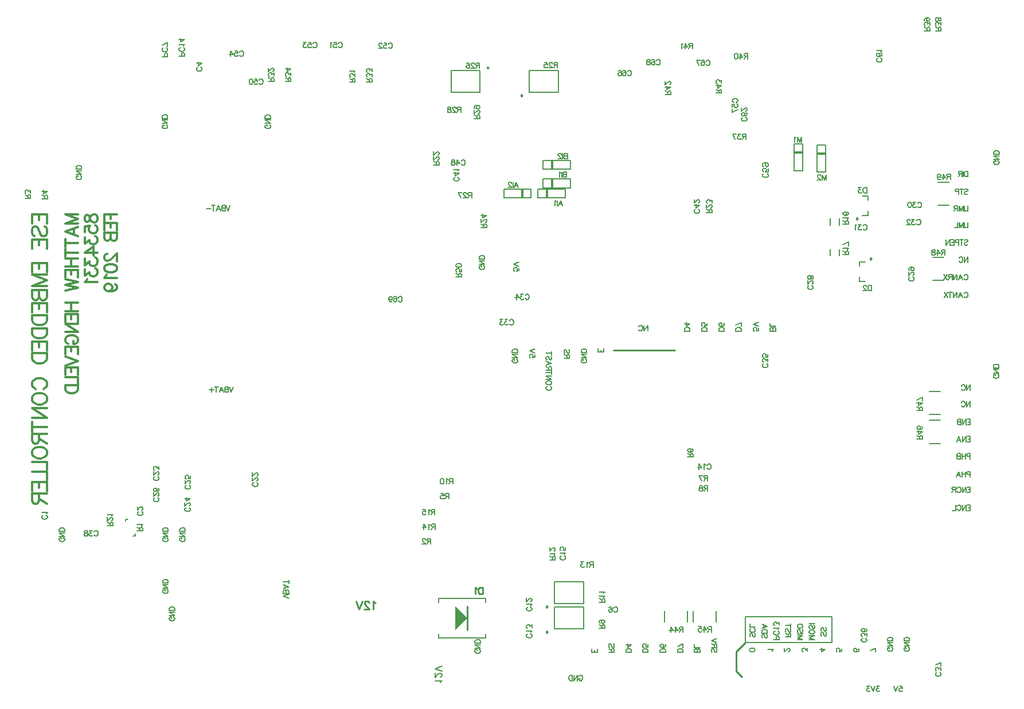
<source format=gbo>
G04*
G04 #@! TF.GenerationSoftware,Altium Limited,Altium Designer,19.0.10 (269)*
G04*
G04 Layer_Color=32896*
%FSLAX25Y25*%
%MOIN*%
G70*
G01*
G75*
%ADD10C,0.00984*%
%ADD12C,0.00500*%
%ADD13C,0.00787*%
%ADD15C,0.00709*%
%ADD16C,0.01181*%
%ADD17C,0.01000*%
%ADD18C,0.01378*%
%ADD19R,0.05118X0.01575*%
%ADD20R,0.01575X0.05118*%
G36*
X476181Y244094D02*
X469291Y237205D01*
Y250984D01*
X469291D01*
X476181Y244094D01*
D02*
G37*
D10*
X703209Y476457D02*
X702470Y476883D01*
Y476030D01*
X703209Y476457D01*
X488681Y564173D02*
X487943Y564599D01*
Y563747D01*
X488681Y564173D01*
X508169Y548032D02*
X507431Y548458D01*
Y547605D01*
X508169Y548032D01*
X711319Y453071D02*
X710581Y453497D01*
Y452645D01*
X711319Y453071D01*
X522933Y250787D02*
X522195Y251214D01*
Y250361D01*
X522933Y250787D01*
Y236024D02*
X522195Y236450D01*
Y235597D01*
X522933Y236024D01*
X561221Y400000D02*
X596850D01*
X632480Y213189D02*
X635827Y209842D01*
X632480Y213189D02*
Y224409D01*
X637795Y229724D01*
X422835Y253036D02*
X422385Y253261D01*
X421710Y253936D01*
Y249213D01*
X419146Y252811D02*
Y253036D01*
X418921Y253486D01*
X418696Y253711D01*
X418246Y253936D01*
X417346D01*
X416897Y253711D01*
X416672Y253486D01*
X416447Y253036D01*
Y252587D01*
X416672Y252137D01*
X417122Y251462D01*
X419371Y249213D01*
X416222D01*
X415165Y253936D02*
X413365Y249213D01*
X411566Y253936D02*
X413365Y249213D01*
X485236Y262007D02*
Y258071D01*
Y262007D02*
X483924D01*
X483362Y261820D01*
X482987Y261445D01*
X482799Y261070D01*
X482612Y260507D01*
Y259570D01*
X482799Y259008D01*
X482987Y258633D01*
X483362Y258258D01*
X483924Y258071D01*
X485236D01*
X481731Y261257D02*
X481356Y261445D01*
X480794Y262007D01*
Y258071D01*
D12*
X684646Y503543D02*
Y519291D01*
X679528Y503543D02*
X684646D01*
X679528D02*
Y519291D01*
X684646D01*
X750000Y484173D02*
X756299D01*
X750000Y497559D02*
X756299D01*
X517323Y488386D02*
Y493504D01*
Y488386D02*
X533071D01*
Y493504D01*
X517323D02*
X533071D01*
X513189Y488386D02*
Y493504D01*
X497441D02*
X513189D01*
X497441Y488386D02*
Y493504D01*
Y488386D02*
X513189D01*
X520366Y505118D02*
Y510236D01*
Y505118D02*
X536114D01*
Y510236D01*
X520366D02*
X536114D01*
X520366Y494291D02*
Y499409D01*
Y494291D02*
X536114D01*
Y499409D01*
X520366D02*
X536114D01*
X666240Y519882D02*
X671358D01*
X666240Y504134D02*
Y519882D01*
Y504134D02*
X671358D01*
Y519882D01*
X746850Y453853D02*
X753150D01*
X746850Y440467D02*
X753150D01*
X744882Y375787D02*
X751181D01*
X744882Y362402D02*
X751181D01*
X744882Y359055D02*
X751181D01*
X744882Y345669D02*
X751181D01*
X620866Y241929D02*
Y248228D01*
X607480Y241929D02*
Y248228D01*
X604134Y241929D02*
Y248228D01*
X590748Y241929D02*
Y248228D01*
D13*
X459724Y255591D02*
X486732D01*
X459724Y253169D02*
Y255591D01*
X486732Y253169D02*
Y255591D01*
X459724Y232598D02*
X486732D01*
Y235020D01*
X459724Y232598D02*
Y235020D01*
X709213Y487087D02*
Y489685D01*
X706004D02*
X709213D01*
Y478189D02*
Y480787D01*
X706004Y478189D02*
X709213D01*
X692618Y454724D02*
Y458661D01*
X687303Y454724D02*
Y458661D01*
X483661Y549803D02*
Y562402D01*
X466732Y549803D02*
X483661D01*
X466732D02*
Y562402D01*
X483661D01*
X512205Y549803D02*
X529134D01*
Y562402D01*
X512205D02*
X529134D01*
X512205Y549803D02*
Y562402D01*
X687303Y472441D02*
Y476378D01*
X692618Y472441D02*
Y476378D01*
X704331Y451339D02*
X707539D01*
X704331Y448740D02*
Y451339D01*
Y439843D02*
X707539D01*
X704331D02*
Y442441D01*
X526968Y252559D02*
X543898D01*
Y265158D01*
X526968D02*
X543898D01*
X526968Y252559D02*
Y265158D01*
Y237795D02*
X543898D01*
Y250394D01*
X526968D02*
X543898D01*
X526968Y237795D02*
Y250394D01*
D15*
X281890Y291929D02*
X283268D01*
Y293307D01*
X277559Y300394D02*
Y301575D01*
X278740D01*
X687008Y244882D02*
X688189D01*
Y229724D02*
Y244882D01*
X637795Y229724D02*
X688189D01*
X637795D02*
Y244882D01*
X687008D01*
X465453Y316535D02*
Y313386D01*
Y316535D02*
X464103D01*
X463653Y316385D01*
X463503Y316235D01*
X463353Y315935D01*
Y315635D01*
X463503Y315335D01*
X463653Y315185D01*
X464103Y315035D01*
X465453D01*
X464403D02*
X463353Y313386D01*
X460849Y316535D02*
X462349D01*
X462499Y315185D01*
X462349Y315335D01*
X461899Y315485D01*
X461449D01*
X460999Y315335D01*
X460699Y315035D01*
X460549Y314585D01*
Y314285D01*
X460699Y313836D01*
X460999Y313536D01*
X461449Y313386D01*
X461899D01*
X462349Y313536D01*
X462499Y313686D01*
X462649Y313986D01*
X485601Y449100D02*
X485901Y448950D01*
X486201Y448650D01*
X486351Y448350D01*
Y447750D01*
X486201Y447450D01*
X485901Y447150D01*
X485601Y447000D01*
X485151Y446850D01*
X484402D01*
X483952Y447000D01*
X483652Y447150D01*
X483352Y447450D01*
X483202Y447750D01*
Y448350D01*
X483352Y448650D01*
X483652Y448950D01*
X483952Y449100D01*
X484402D01*
Y448350D02*
Y449100D01*
X486351Y449819D02*
X483202D01*
X486351D02*
X483202Y451919D01*
X486351D02*
X483202D01*
X486351Y452788D02*
X483202D01*
X486351D02*
Y453838D01*
X486201Y454288D01*
X485901Y454588D01*
X485601Y454738D01*
X485151Y454888D01*
X484402D01*
X483952Y454738D01*
X483652Y454588D01*
X483352Y454288D01*
X483202Y453838D01*
Y452788D01*
X620809Y226312D02*
X621109Y226012D01*
X621259Y225562D01*
Y224962D01*
X621109Y224513D01*
X620809Y224213D01*
X620509D01*
X620210Y224363D01*
X620060Y224513D01*
X619910Y224812D01*
X619610Y225712D01*
X619460Y226012D01*
X619310Y226162D01*
X619010Y226312D01*
X618560D01*
X618260Y226012D01*
X618110Y225562D01*
Y224962D01*
X618260Y224513D01*
X618560Y224213D01*
X621259Y227017D02*
X618110D01*
X621259D02*
Y228366D01*
X621109Y228816D01*
X620959Y228966D01*
X620659Y229116D01*
X620360D01*
X620060Y228966D01*
X619910Y228816D01*
X619760Y228366D01*
Y227017D01*
Y228066D02*
X618110Y229116D01*
X621259Y229821D02*
X618110Y231020D01*
X621259Y232220D02*
X618110Y231020D01*
X611417Y224213D02*
X608268D01*
X611417D02*
Y225562D01*
X611267Y226012D01*
X611117Y226162D01*
X610817Y226312D01*
X610517D01*
X610217Y226162D01*
X610067Y226012D01*
X609917Y225562D01*
Y224213D02*
Y225562D01*
X609767Y226012D01*
X609617Y226162D01*
X609317Y226312D01*
X608868D01*
X608568Y226162D01*
X608418Y226012D01*
X608268Y225562D01*
Y224213D01*
X611417Y227017D02*
X608268D01*
Y228816D01*
X601574Y224213D02*
X598425D01*
X601574D02*
Y225262D01*
X601424Y225712D01*
X601124Y226012D01*
X600824Y226162D01*
X600375Y226312D01*
X599625D01*
X599175Y226162D01*
X598875Y226012D01*
X598575Y225712D01*
X598425Y225262D01*
Y224213D01*
X601574Y229116D02*
X598425Y227616D01*
X601574Y227017D02*
Y229116D01*
X591535Y224213D02*
X588386D01*
X591535D02*
Y225262D01*
X591385Y225712D01*
X591085Y226012D01*
X590785Y226162D01*
X590335Y226312D01*
X589585D01*
X589136Y226162D01*
X588836Y226012D01*
X588536Y225712D01*
X588386Y225262D01*
Y224213D01*
X591085Y228816D02*
X591385Y228666D01*
X591535Y228216D01*
Y227916D01*
X591385Y227467D01*
X590935Y227167D01*
X590185Y227017D01*
X589435D01*
X588836Y227167D01*
X588536Y227467D01*
X588386Y227916D01*
Y228066D01*
X588536Y228516D01*
X588836Y228816D01*
X589286Y228966D01*
X589435D01*
X589885Y228816D01*
X590185Y228516D01*
X590335Y228066D01*
Y227916D01*
X590185Y227467D01*
X589885Y227167D01*
X589435Y227017D01*
X581298Y224213D02*
X578150D01*
X581298D02*
Y225262D01*
X581149Y225712D01*
X580849Y226012D01*
X580549Y226162D01*
X580099Y226312D01*
X579349D01*
X578899Y226162D01*
X578600Y226012D01*
X578300Y225712D01*
X578150Y225262D01*
Y224213D01*
X581298Y228816D02*
Y227317D01*
X579949Y227167D01*
X580099Y227317D01*
X580249Y227766D01*
Y228216D01*
X580099Y228666D01*
X579799Y228966D01*
X579349Y229116D01*
X579049D01*
X578600Y228966D01*
X578300Y228666D01*
X578150Y228216D01*
Y227766D01*
X578300Y227317D01*
X578449Y227167D01*
X578749Y227017D01*
X571653Y224213D02*
X568504D01*
X571653D02*
Y225262D01*
X571503Y225712D01*
X571203Y226012D01*
X570903Y226162D01*
X570453Y226312D01*
X569703D01*
X569254Y226162D01*
X568954Y226012D01*
X568654Y225712D01*
X568504Y225262D01*
Y224213D01*
X571653Y228516D02*
X569554Y227017D01*
Y229266D01*
X571653Y228516D02*
X568504D01*
X561614Y224213D02*
X558465D01*
X561614D02*
Y225562D01*
X561464Y226012D01*
X561314Y226162D01*
X561014Y226312D01*
X560714D01*
X560414Y226162D01*
X560264Y226012D01*
X560114Y225562D01*
Y224213D01*
Y225262D02*
X558465Y226312D01*
X561164Y229116D02*
X561464Y228816D01*
X561614Y228366D01*
Y227766D01*
X561464Y227317D01*
X561164Y227017D01*
X560864D01*
X560564Y227167D01*
X560414Y227317D01*
X560264Y227616D01*
X559964Y228516D01*
X559814Y228816D01*
X559664Y228966D01*
X559364Y229116D01*
X558914D01*
X558614Y228816D01*
X558465Y228366D01*
Y227766D01*
X558614Y227317D01*
X558914Y227017D01*
X551771Y226162D02*
Y224213D01*
X548622D01*
Y226162D01*
X550272Y224213D02*
Y225412D01*
X765224Y463723D02*
X765523Y464023D01*
X765973Y464173D01*
X766573D01*
X767023Y464023D01*
X767323Y463723D01*
Y463423D01*
X767173Y463123D01*
X767023Y462973D01*
X766723Y462823D01*
X765823Y462523D01*
X765523Y462373D01*
X765374Y462223D01*
X765224Y461923D01*
Y461474D01*
X765523Y461174D01*
X765973Y461024D01*
X766573D01*
X767023Y461174D01*
X767323Y461474D01*
X763469Y464173D02*
Y461024D01*
X764519Y464173D02*
X762420D01*
X762045Y462523D02*
X760695D01*
X760245Y462673D01*
X760095Y462823D01*
X759945Y463123D01*
Y463573D01*
X760095Y463873D01*
X760245Y464023D01*
X760695Y464173D01*
X762045D01*
Y461024D01*
X757291Y464173D02*
X759241D01*
Y461024D01*
X757291D01*
X759241Y462673D02*
X758041D01*
X756766Y464173D02*
Y461024D01*
Y464173D02*
X754667Y461024D01*
Y464173D02*
Y461024D01*
X767323Y474212D02*
Y471063D01*
X765523D01*
X765179Y474212D02*
Y471063D01*
X764519Y474212D02*
Y471063D01*
Y474212D02*
X763319Y471063D01*
X762120Y474212D02*
X763319Y471063D01*
X762120Y474212D02*
Y471063D01*
X761220Y474212D02*
Y471063D01*
X759420D01*
X767323Y483858D02*
Y480709D01*
X765523D01*
X765179Y483858D02*
Y480709D01*
X764519Y483858D02*
Y480709D01*
Y483858D02*
X763319Y480709D01*
X762120Y483858D02*
X763319Y480709D01*
X762120Y483858D02*
Y480709D01*
X761220Y483858D02*
Y480709D01*
Y483858D02*
X759870D01*
X759420Y483708D01*
X759271Y483558D01*
X759121Y483258D01*
Y482958D01*
X759271Y482658D01*
X759420Y482508D01*
X759870Y482358D01*
X761220D01*
X760170D02*
X759121Y480709D01*
X765224Y493250D02*
X765523Y493550D01*
X765973Y493700D01*
X766573D01*
X767023Y493550D01*
X767323Y493250D01*
Y492950D01*
X767173Y492651D01*
X767023Y492500D01*
X766723Y492351D01*
X765823Y492051D01*
X765523Y491901D01*
X765374Y491751D01*
X765224Y491451D01*
Y491001D01*
X765523Y490701D01*
X765973Y490551D01*
X766573D01*
X767023Y490701D01*
X767323Y491001D01*
X763469Y493700D02*
Y490551D01*
X764519Y493700D02*
X762420D01*
X762045Y492051D02*
X760695D01*
X760245Y492201D01*
X760095Y492351D01*
X759945Y492651D01*
Y493100D01*
X760095Y493400D01*
X760245Y493550D01*
X760695Y493700D01*
X762045D01*
Y490551D01*
X767323Y503936D02*
Y500787D01*
Y503936D02*
X766273D01*
X765823Y503786D01*
X765523Y503486D01*
X765374Y503187D01*
X765224Y502737D01*
Y501987D01*
X765374Y501537D01*
X765523Y501237D01*
X765823Y500937D01*
X766273Y500787D01*
X767323D01*
X764519Y503936D02*
Y500787D01*
X763859Y503936D02*
Y500787D01*
Y503936D02*
X762509D01*
X762060Y503786D01*
X761910Y503636D01*
X761760Y503336D01*
Y503037D01*
X761910Y502737D01*
X762060Y502587D01*
X762509Y502437D01*
X763859D01*
X762809D02*
X761760Y500787D01*
X767323Y454133D02*
Y450984D01*
Y454133D02*
X765224Y450984D01*
Y454133D02*
Y450984D01*
X762105Y453383D02*
X762255Y453683D01*
X762554Y453983D01*
X762854Y454133D01*
X763454D01*
X763754Y453983D01*
X764054Y453683D01*
X764204Y453383D01*
X764354Y452934D01*
Y452184D01*
X764204Y451734D01*
X764054Y451434D01*
X763754Y451134D01*
X763454Y450984D01*
X762854D01*
X762554Y451134D01*
X762255Y451434D01*
X762105Y451734D01*
X765074Y443147D02*
X765224Y443447D01*
X765523Y443747D01*
X765823Y443897D01*
X766423D01*
X766723Y443747D01*
X767023Y443447D01*
X767173Y443147D01*
X767323Y442697D01*
Y441948D01*
X767173Y441498D01*
X767023Y441198D01*
X766723Y440898D01*
X766423Y440748D01*
X765823D01*
X765523Y440898D01*
X765224Y441198D01*
X765074Y441498D01*
X761790Y440748D02*
X762989Y443897D01*
X764189Y440748D01*
X763739Y441798D02*
X762240D01*
X761055Y443897D02*
Y440748D01*
Y443897D02*
X758956Y440748D01*
Y443897D02*
Y440748D01*
X758086Y443897D02*
Y440748D01*
Y443897D02*
X756736D01*
X756287Y443747D01*
X756137Y443597D01*
X755987Y443297D01*
Y442997D01*
X756137Y442697D01*
X756287Y442547D01*
X756736Y442397D01*
X758086D01*
X757036D02*
X755987Y440748D01*
X755282Y443897D02*
X753183Y440748D01*
Y443897D02*
X755282Y440748D01*
X765074Y432911D02*
X765224Y433211D01*
X765523Y433511D01*
X765823Y433661D01*
X766423D01*
X766723Y433511D01*
X767023Y433211D01*
X767173Y432911D01*
X767323Y432461D01*
Y431711D01*
X767173Y431262D01*
X767023Y430962D01*
X766723Y430662D01*
X766423Y430512D01*
X765823D01*
X765523Y430662D01*
X765224Y430962D01*
X765074Y431262D01*
X761790Y430512D02*
X762989Y433661D01*
X764189Y430512D01*
X763739Y431562D02*
X762240D01*
X761055Y433661D02*
Y430512D01*
Y433661D02*
X758956Y430512D01*
Y433661D02*
Y430512D01*
X757036Y433661D02*
Y430512D01*
X758086Y433661D02*
X755987D01*
X755612D02*
X753512Y430512D01*
Y433661D02*
X755612Y430512D01*
X300318Y570669D02*
Y572019D01*
X300468Y572469D01*
X300618Y572619D01*
X300918Y572769D01*
X301368D01*
X301668Y572619D01*
X301818Y572469D01*
X301968Y572019D01*
Y570669D01*
X298819D01*
X301218Y575723D02*
X301518Y575573D01*
X301818Y575273D01*
X301968Y574973D01*
Y574373D01*
X301818Y574073D01*
X301518Y573773D01*
X301218Y573623D01*
X300768Y573473D01*
X300019D01*
X299569Y573623D01*
X299269Y573773D01*
X298969Y574073D01*
X298819Y574373D01*
Y574973D01*
X298969Y575273D01*
X299269Y575573D01*
X299569Y575723D01*
X301968Y578707D02*
X298819Y577207D01*
X301968Y576607D02*
Y578707D01*
X310161Y570866D02*
Y572216D01*
X310311Y572666D01*
X310461Y572816D01*
X310761Y572965D01*
X311211D01*
X311510Y572816D01*
X311660Y572666D01*
X311810Y572216D01*
Y570866D01*
X308661D01*
X311061Y575919D02*
X311361Y575770D01*
X311660Y575470D01*
X311810Y575170D01*
Y574570D01*
X311660Y574270D01*
X311361Y573970D01*
X311061Y573820D01*
X310611Y573670D01*
X309861D01*
X309411Y573820D01*
X309111Y573970D01*
X308811Y574270D01*
X308661Y574570D01*
Y575170D01*
X308811Y575470D01*
X309111Y575770D01*
X309411Y575919D01*
X311211Y576804D02*
X311361Y577104D01*
X311810Y577554D01*
X308661D01*
X311810Y580613D02*
X309711Y579113D01*
Y581363D01*
X311810Y580613D02*
X308661D01*
X655511Y411024D02*
X652362D01*
X655511D02*
Y412373D01*
X655361Y412823D01*
X655211Y412973D01*
X654911Y413123D01*
X654611D01*
X654312Y412973D01*
X654162Y412823D01*
X654012Y412373D01*
Y411024D02*
Y412373D01*
X653862Y412823D01*
X653712Y412973D01*
X653412Y413123D01*
X652962D01*
X652662Y412973D01*
X652512Y412823D01*
X652362Y412373D01*
Y411024D01*
X655511Y413828D02*
X652362D01*
Y415627D01*
X635432Y411024D02*
X632283D01*
X635432D02*
Y412073D01*
X635282Y412523D01*
X634982Y412823D01*
X634683Y412973D01*
X634233Y413123D01*
X633483D01*
X633033Y412973D01*
X632733Y412823D01*
X632433Y412523D01*
X632283Y412073D01*
Y411024D01*
X635432Y415927D02*
X632283Y414428D01*
X635432Y413828D02*
Y415927D01*
X625590Y411024D02*
X622441D01*
X625590D02*
Y412073D01*
X625440Y412523D01*
X625140Y412823D01*
X624840Y412973D01*
X624390Y413123D01*
X623640D01*
X623191Y412973D01*
X622891Y412823D01*
X622591Y412523D01*
X622441Y412073D01*
Y411024D01*
X625140Y415627D02*
X625440Y415477D01*
X625590Y415027D01*
Y414727D01*
X625440Y414278D01*
X624990Y413978D01*
X624240Y413828D01*
X623491D01*
X622891Y413978D01*
X622591Y414278D01*
X622441Y414727D01*
Y414877D01*
X622591Y415327D01*
X622891Y415627D01*
X623341Y415777D01*
X623491D01*
X623940Y415627D01*
X624240Y415327D01*
X624390Y414877D01*
Y414727D01*
X624240Y414278D01*
X623940Y413978D01*
X623491Y413828D01*
X615551Y411024D02*
X612402D01*
X615551D02*
Y412073D01*
X615401Y412523D01*
X615101Y412823D01*
X614801Y412973D01*
X614351Y413123D01*
X613601D01*
X613151Y412973D01*
X612851Y412823D01*
X612551Y412523D01*
X612402Y412073D01*
Y411024D01*
X615551Y415627D02*
Y414128D01*
X614201Y413978D01*
X614351Y414128D01*
X614501Y414577D01*
Y415027D01*
X614351Y415477D01*
X614051Y415777D01*
X613601Y415927D01*
X613301D01*
X612851Y415777D01*
X612551Y415477D01*
X612402Y415027D01*
Y414577D01*
X612551Y414128D01*
X612702Y413978D01*
X613001Y413828D01*
X605708Y411024D02*
X602559D01*
X605708D02*
Y412073D01*
X605558Y412523D01*
X605258Y412823D01*
X604958Y412973D01*
X604508Y413123D01*
X603759D01*
X603309Y412973D01*
X603009Y412823D01*
X602709Y412523D01*
X602559Y412073D01*
Y411024D01*
X605708Y415327D02*
X603609Y413828D01*
Y416077D01*
X605708Y415327D02*
X602559D01*
X581102Y414369D02*
Y411221D01*
Y414369D02*
X579003Y411221D01*
Y414369D02*
Y411221D01*
X575884Y413620D02*
X576034Y413920D01*
X576334Y414220D01*
X576634Y414369D01*
X577234D01*
X577534Y414220D01*
X577834Y413920D01*
X577983Y413620D01*
X578133Y413170D01*
Y412420D01*
X577983Y411970D01*
X577834Y411670D01*
X577534Y411370D01*
X577234Y411221D01*
X576634D01*
X576334Y411370D01*
X576034Y411670D01*
X575884Y411970D01*
X535629Y395276D02*
X532480D01*
X535629D02*
Y396625D01*
X535479Y397075D01*
X535329Y397225D01*
X535029Y397375D01*
X534730D01*
X534430Y397225D01*
X534280Y397075D01*
X534130Y396625D01*
Y395276D01*
Y396325D02*
X532480Y397375D01*
X535179Y400179D02*
X535479Y399879D01*
X535629Y399429D01*
Y398829D01*
X535479Y398379D01*
X535179Y398080D01*
X534879D01*
X534580Y398230D01*
X534430Y398379D01*
X534280Y398679D01*
X533980Y399579D01*
X533830Y399879D01*
X533680Y400029D01*
X533380Y400179D01*
X532930D01*
X532630Y399879D01*
X532480Y399429D01*
Y398829D01*
X532630Y398379D01*
X532930Y398080D01*
X555511Y400768D02*
Y398819D01*
X552362D01*
Y400768D01*
X554012Y398819D02*
Y400019D01*
X524446Y378824D02*
X524746Y378674D01*
X525046Y378374D01*
X525196Y378074D01*
Y377474D01*
X525046Y377175D01*
X524746Y376875D01*
X524446Y376725D01*
X523997Y376575D01*
X523247D01*
X522797Y376725D01*
X522497Y376875D01*
X522197Y377175D01*
X522047Y377474D01*
Y378074D01*
X522197Y378374D01*
X522497Y378674D01*
X522797Y378824D01*
X525196Y380608D02*
X525046Y380309D01*
X524746Y380009D01*
X524446Y379859D01*
X523997Y379709D01*
X523247D01*
X522797Y379859D01*
X522497Y380009D01*
X522197Y380309D01*
X522047Y380608D01*
Y381208D01*
X522197Y381508D01*
X522497Y381808D01*
X522797Y381958D01*
X523247Y382108D01*
X523997D01*
X524446Y381958D01*
X524746Y381808D01*
X525046Y381508D01*
X525196Y381208D01*
Y380608D01*
Y382843D02*
X522047D01*
X525196D02*
X522047Y384942D01*
X525196D02*
X522047D01*
X525196Y386861D02*
X522047D01*
X525196Y385812D02*
Y387911D01*
Y388286D02*
X522047D01*
X525196D02*
Y389635D01*
X525046Y390085D01*
X524896Y390235D01*
X524596Y390385D01*
X524297D01*
X523997Y390235D01*
X523847Y390085D01*
X523697Y389635D01*
Y388286D01*
Y389335D02*
X522047Y390385D01*
Y393489D02*
X525196Y392289D01*
X522047Y391090D01*
X523097Y391540D02*
Y393039D01*
X524746Y396323D02*
X525046Y396023D01*
X525196Y395573D01*
Y394974D01*
X525046Y394524D01*
X524746Y394224D01*
X524446D01*
X524147Y394374D01*
X523997Y394524D01*
X523847Y394824D01*
X523547Y395723D01*
X523397Y396023D01*
X523247Y396173D01*
X522947Y396323D01*
X522497D01*
X522197Y396023D01*
X522047Y395573D01*
Y394974D01*
X522197Y394524D01*
X522497Y394224D01*
X525196Y398078D02*
X522047D01*
X525196Y397028D02*
Y399127D01*
X460667Y206693D02*
X460854Y207068D01*
X461416Y207630D01*
X457480D01*
X460479Y209767D02*
X460667D01*
X461042Y209954D01*
X461229Y210142D01*
X461416Y210517D01*
Y211266D01*
X461229Y211641D01*
X461042Y211829D01*
X460667Y212016D01*
X460292D01*
X459917Y211829D01*
X459355Y211454D01*
X457480Y209579D01*
Y212204D01*
X461416Y213085D02*
X457480Y214584D01*
X461416Y216084D02*
X457480Y214584D01*
X715842Y204527D02*
X714192D01*
X715092Y203327D01*
X714642D01*
X714342Y203177D01*
X714192Y203027D01*
X714042Y202577D01*
Y202278D01*
X714192Y201828D01*
X714492Y201528D01*
X714942Y201378D01*
X715392D01*
X715842Y201528D01*
X715992Y201678D01*
X716142Y201978D01*
X713338Y204527D02*
X712138Y201378D01*
X710939Y204527D02*
X712138Y201378D01*
X710234Y204527D02*
X708584D01*
X709484Y203327D01*
X709034D01*
X708734Y203177D01*
X708584Y203027D01*
X708434Y202577D01*
Y202278D01*
X708584Y201828D01*
X708884Y201528D01*
X709334Y201378D01*
X709784D01*
X710234Y201528D01*
X710384Y201678D01*
X710534Y201978D01*
X727531Y204527D02*
X729031D01*
X729181Y203177D01*
X729031Y203327D01*
X728581Y203477D01*
X728131D01*
X727681Y203327D01*
X727381Y203027D01*
X727231Y202577D01*
Y202278D01*
X727381Y201828D01*
X727681Y201528D01*
X728131Y201378D01*
X728581D01*
X729031Y201528D01*
X729181Y201678D01*
X729331Y201978D01*
X726527Y204527D02*
X725327Y201378D01*
X724127Y204527D02*
X725327Y201378D01*
X703486Y226288D02*
X703786Y226138D01*
X703936Y225688D01*
Y225388D01*
X703786Y224938D01*
X703336Y224638D01*
X702587Y224488D01*
X701837D01*
X701237Y224638D01*
X700937Y224938D01*
X700787Y225388D01*
Y225538D01*
X700937Y225988D01*
X701237Y226288D01*
X701687Y226437D01*
X701837D01*
X702287Y226288D01*
X702587Y225988D01*
X702737Y225538D01*
Y225388D01*
X702587Y224938D01*
X702287Y224638D01*
X701837Y224488D01*
X693897Y226288D02*
Y224788D01*
X692547Y224638D01*
X692697Y224788D01*
X692847Y225238D01*
Y225688D01*
X692697Y226138D01*
X692397Y226437D01*
X691948Y226588D01*
X691648D01*
X691198Y226437D01*
X690898Y226138D01*
X690748Y225688D01*
Y225238D01*
X690898Y224788D01*
X691048Y224638D01*
X691348Y224488D01*
X684251Y225988D02*
X682152Y224488D01*
Y226737D01*
X684251Y225988D02*
X681102D01*
X674015Y224788D02*
Y226437D01*
X672816Y225538D01*
Y225988D01*
X672666Y226288D01*
X672516Y226437D01*
X672066Y226588D01*
X671766D01*
X671316Y226437D01*
X671016Y226138D01*
X670866Y225688D01*
Y225238D01*
X671016Y224788D01*
X671166Y224638D01*
X671466Y224488D01*
X663029Y224638D02*
X663179D01*
X663479Y224788D01*
X663629Y224938D01*
X663779Y225238D01*
Y225838D01*
X663629Y226138D01*
X663479Y226288D01*
X663179Y226437D01*
X662879D01*
X662579Y226288D01*
X662129Y225988D01*
X660630Y224488D01*
Y226588D01*
X653533Y225013D02*
X653683Y225313D01*
X654133Y225763D01*
X650984D01*
X643503Y225388D02*
X643353Y224938D01*
X642904Y224638D01*
X642154Y224488D01*
X641704D01*
X640954Y224638D01*
X640504Y224938D01*
X640354Y225388D01*
Y225688D01*
X640504Y226138D01*
X640954Y226437D01*
X641704Y226588D01*
X642154D01*
X642904Y226437D01*
X643353Y226138D01*
X643503Y225688D01*
Y225388D01*
X684589Y235761D02*
X684889Y235461D01*
X685039Y235011D01*
Y234411D01*
X684889Y233961D01*
X684589Y233661D01*
X684289D01*
X683989Y233811D01*
X683839Y233961D01*
X683689Y234261D01*
X683389Y235161D01*
X683239Y235461D01*
X683089Y235611D01*
X682790Y235761D01*
X682340D01*
X682040Y235461D01*
X681890Y235011D01*
Y234411D01*
X682040Y233961D01*
X682340Y233661D01*
X684589Y238565D02*
X684889Y238265D01*
X685039Y237815D01*
Y237215D01*
X684889Y236765D01*
X684589Y236466D01*
X684289D01*
X683989Y236615D01*
X683839Y236765D01*
X683689Y237065D01*
X683389Y237965D01*
X683239Y238265D01*
X683089Y238415D01*
X682790Y238565D01*
X682340D01*
X682040Y238265D01*
X681890Y237815D01*
Y237215D01*
X682040Y236765D01*
X682340Y236466D01*
X678149Y231496D02*
X675000D01*
X678149D02*
X675000Y232696D01*
X678149Y233895D02*
X675000Y232696D01*
X678149Y233895D02*
X675000D01*
X678149Y235695D02*
X677999Y235395D01*
X677699Y235095D01*
X677399Y234945D01*
X676949Y234795D01*
X676200D01*
X675750Y234945D01*
X675450Y235095D01*
X675150Y235395D01*
X675000Y235695D01*
Y236294D01*
X675150Y236594D01*
X675450Y236894D01*
X675750Y237044D01*
X676200Y237194D01*
X676949D01*
X677399Y237044D01*
X677699Y236894D01*
X677999Y236594D01*
X678149Y236294D01*
Y235695D01*
X677699Y240028D02*
X677999Y239728D01*
X678149Y239278D01*
Y238679D01*
X677999Y238229D01*
X677699Y237929D01*
X677399D01*
X677099Y238079D01*
X676949Y238229D01*
X676799Y238529D01*
X676500Y239428D01*
X676349Y239728D01*
X676200Y239878D01*
X675900Y240028D01*
X675450D01*
X675150Y239728D01*
X675000Y239278D01*
Y238679D01*
X675150Y238229D01*
X675450Y237929D01*
X678149Y240733D02*
X675000D01*
X671259Y231496D02*
X668110D01*
X671259D02*
X668110Y232696D01*
X671259Y233895D02*
X668110Y232696D01*
X671259Y233895D02*
X668110D01*
X671259Y234795D02*
X668110D01*
X670809Y237554D02*
X671109Y237254D01*
X671259Y236804D01*
Y236205D01*
X671109Y235755D01*
X670809Y235455D01*
X670509D01*
X670210Y235605D01*
X670060Y235755D01*
X669910Y236054D01*
X669610Y236954D01*
X669460Y237254D01*
X669310Y237404D01*
X669010Y237554D01*
X668560D01*
X668260Y237254D01*
X668110Y236804D01*
Y236205D01*
X668260Y235755D01*
X668560Y235455D01*
X671259Y239159D02*
X671109Y238859D01*
X670809Y238559D01*
X670509Y238409D01*
X670060Y238259D01*
X669310D01*
X668860Y238409D01*
X668560Y238559D01*
X668260Y238859D01*
X668110Y239159D01*
Y239758D01*
X668260Y240058D01*
X668560Y240358D01*
X668860Y240508D01*
X669310Y240658D01*
X670060D01*
X670509Y240508D01*
X670809Y240358D01*
X671109Y240058D01*
X671259Y239758D01*
Y239159D01*
X664369Y233071D02*
X661221D01*
X664369D02*
Y234420D01*
X664219Y234870D01*
X664070Y235020D01*
X663770Y235170D01*
X663470D01*
X663170Y235020D01*
X663020Y234870D01*
X662870Y234420D01*
Y233071D01*
Y234120D02*
X661221Y235170D01*
X663919Y237974D02*
X664219Y237674D01*
X664369Y237225D01*
Y236625D01*
X664219Y236175D01*
X663919Y235875D01*
X663620D01*
X663320Y236025D01*
X663170Y236175D01*
X663020Y236475D01*
X662720Y237374D01*
X662570Y237674D01*
X662420Y237824D01*
X662120Y237974D01*
X661670D01*
X661370Y237674D01*
X661221Y237225D01*
Y236625D01*
X661370Y236175D01*
X661670Y235875D01*
X664369Y239729D02*
X661221D01*
X664369Y238679D02*
Y240778D01*
X655830Y231496D02*
Y232846D01*
X655980Y233295D01*
X656130Y233445D01*
X656430Y233595D01*
X656880D01*
X657180Y233445D01*
X657330Y233295D01*
X657480Y232846D01*
Y231496D01*
X654331D01*
X656730Y236549D02*
X657030Y236399D01*
X657330Y236100D01*
X657480Y235800D01*
Y235200D01*
X657330Y234900D01*
X657030Y234600D01*
X656730Y234450D01*
X656280Y234300D01*
X655530D01*
X655081Y234450D01*
X654781Y234600D01*
X654481Y234900D01*
X654331Y235200D01*
Y235800D01*
X654481Y236100D01*
X654781Y236399D01*
X655081Y236549D01*
X656880Y237434D02*
X657030Y237734D01*
X657480Y238184D01*
X654331D01*
X657480Y240043D02*
Y241693D01*
X656280Y240793D01*
Y241243D01*
X656130Y241543D01*
X655980Y241693D01*
X655530Y241843D01*
X655230D01*
X654781Y241693D01*
X654481Y241393D01*
X654331Y240943D01*
Y240493D01*
X654481Y240043D01*
X654631Y239893D01*
X654930Y239743D01*
X650140Y234580D02*
X650440Y234280D01*
X650590Y233830D01*
Y233230D01*
X650440Y232780D01*
X650140Y232480D01*
X649840D01*
X649540Y232630D01*
X649390Y232780D01*
X649240Y233080D01*
X648940Y233980D01*
X648791Y234280D01*
X648640Y234430D01*
X648341Y234580D01*
X647891D01*
X647591Y234280D01*
X647441Y233830D01*
Y233230D01*
X647591Y232780D01*
X647891Y232480D01*
X650590Y235284D02*
X647441D01*
X650590D02*
Y236334D01*
X650440Y236784D01*
X650140Y237084D01*
X649840Y237234D01*
X649390Y237384D01*
X648640D01*
X648191Y237234D01*
X647891Y237084D01*
X647591Y236784D01*
X647441Y236334D01*
Y235284D01*
Y240488D02*
X650590Y239288D01*
X647441Y238088D01*
X648491Y238538D02*
Y240038D01*
X643250Y235170D02*
X643550Y234870D01*
X643700Y234420D01*
Y233821D01*
X643550Y233371D01*
X643250Y233071D01*
X642950D01*
X642651Y233221D01*
X642500Y233371D01*
X642351Y233671D01*
X642051Y234570D01*
X641901Y234870D01*
X641751Y235020D01*
X641451Y235170D01*
X641001D01*
X640701Y234870D01*
X640551Y234420D01*
Y233821D01*
X640701Y233371D01*
X641001Y233071D01*
X642950Y238124D02*
X643250Y237974D01*
X643550Y237674D01*
X643700Y237374D01*
Y236775D01*
X643550Y236475D01*
X643250Y236175D01*
X642950Y236025D01*
X642500Y235875D01*
X641751D01*
X641301Y236025D01*
X641001Y236175D01*
X640701Y236475D01*
X640551Y236775D01*
Y237374D01*
X640701Y237674D01*
X641001Y237974D01*
X641301Y238124D01*
X643700Y239009D02*
X640551D01*
Y240808D01*
X713582Y226588D02*
X710433Y225088D01*
X713582Y224488D02*
Y226588D01*
X768701Y379724D02*
Y376575D01*
Y379724D02*
X766602Y376575D01*
Y379724D02*
Y376575D01*
X763483Y378974D02*
X763632Y379274D01*
X763932Y379574D01*
X764232Y379724D01*
X764832D01*
X765132Y379574D01*
X765432Y379274D01*
X765582Y378974D01*
X765732Y378524D01*
Y377774D01*
X765582Y377325D01*
X765432Y377025D01*
X765132Y376725D01*
X764832Y376575D01*
X764232D01*
X763932Y376725D01*
X763632Y377025D01*
X763483Y377325D01*
X768701Y370078D02*
Y366929D01*
Y370078D02*
X766602Y366929D01*
Y370078D02*
Y366929D01*
X763483Y369328D02*
X763632Y369628D01*
X763932Y369928D01*
X764232Y370078D01*
X764832D01*
X765132Y369928D01*
X765432Y369628D01*
X765582Y369328D01*
X765732Y368879D01*
Y368129D01*
X765582Y367679D01*
X765432Y367379D01*
X765132Y367079D01*
X764832Y366929D01*
X764232D01*
X763932Y367079D01*
X763632Y367379D01*
X763483Y367679D01*
X766751Y359842D02*
X768701D01*
Y356693D01*
X766751D01*
X768701Y358342D02*
X767501D01*
X766227Y359842D02*
Y356693D01*
Y359842D02*
X764127Y356693D01*
Y359842D02*
Y356693D01*
X763258Y359842D02*
Y356693D01*
Y359842D02*
X761908D01*
X761458Y359692D01*
X761308Y359542D01*
X761158Y359242D01*
Y358942D01*
X761308Y358642D01*
X761458Y358492D01*
X761908Y358342D01*
X763258D02*
X761908D01*
X761458Y358192D01*
X761308Y358043D01*
X761158Y357743D01*
Y357293D01*
X761308Y356993D01*
X761458Y356843D01*
X761908Y356693D01*
X763258D01*
X766751Y349802D02*
X768701D01*
Y346654D01*
X766751D01*
X768701Y348303D02*
X767501D01*
X766227Y349802D02*
Y346654D01*
Y349802D02*
X764127Y346654D01*
Y349802D02*
Y346654D01*
X760858D02*
X762058Y349802D01*
X763258Y346654D01*
X762808Y347703D02*
X761308D01*
X768701Y338114D02*
X767351D01*
X766901Y338264D01*
X766751Y338414D01*
X766602Y338714D01*
Y339163D01*
X766751Y339463D01*
X766901Y339613D01*
X767351Y339763D01*
X768701D01*
Y336614D01*
X765897Y339763D02*
Y336614D01*
X763798Y339763D02*
Y336614D01*
X765897Y338264D02*
X763798D01*
X762928Y339763D02*
Y336614D01*
Y339763D02*
X761578D01*
X761128Y339613D01*
X760978Y339463D01*
X760828Y339163D01*
Y338863D01*
X760978Y338563D01*
X761128Y338414D01*
X761578Y338264D01*
X762928D02*
X761578D01*
X761128Y338114D01*
X760978Y337964D01*
X760828Y337664D01*
Y337214D01*
X760978Y336914D01*
X761128Y336764D01*
X761578Y336614D01*
X762928D01*
X768701Y327681D02*
X767351D01*
X766901Y327831D01*
X766751Y327980D01*
X766602Y328280D01*
Y328730D01*
X766751Y329030D01*
X766901Y329180D01*
X767351Y329330D01*
X768701D01*
Y326181D01*
X765897Y329330D02*
Y326181D01*
X763798Y329330D02*
Y326181D01*
X765897Y327831D02*
X763798D01*
X760529Y326181D02*
X761728Y329330D01*
X762928Y326181D01*
X762478Y327231D02*
X760978D01*
X766751Y320275D02*
X768701D01*
Y317126D01*
X766751D01*
X768701Y318775D02*
X767501D01*
X766227Y320275D02*
Y317126D01*
Y320275D02*
X764127Y317126D01*
Y320275D02*
Y317126D01*
X761008Y319525D02*
X761158Y319825D01*
X761458Y320125D01*
X761758Y320275D01*
X762358D01*
X762658Y320125D01*
X762958Y319825D01*
X763108Y319525D01*
X763258Y319075D01*
Y318326D01*
X763108Y317876D01*
X762958Y317576D01*
X762658Y317276D01*
X762358Y317126D01*
X761758D01*
X761458Y317276D01*
X761158Y317576D01*
X761008Y317876D01*
X760124Y320275D02*
Y317126D01*
Y320275D02*
X758774D01*
X758324Y320125D01*
X758174Y319975D01*
X758024Y319675D01*
Y319375D01*
X758174Y319075D01*
X758324Y318925D01*
X758774Y318775D01*
X760124D01*
X759074D02*
X758024Y317126D01*
X766751Y309842D02*
X768701D01*
Y306693D01*
X766751D01*
X768701Y308342D02*
X767501D01*
X766227Y309842D02*
Y306693D01*
Y309842D02*
X764127Y306693D01*
Y309842D02*
Y306693D01*
X761008Y309092D02*
X761158Y309392D01*
X761458Y309692D01*
X761758Y309842D01*
X762358D01*
X762658Y309692D01*
X762958Y309392D01*
X763108Y309092D01*
X763258Y308642D01*
Y307892D01*
X763108Y307443D01*
X762958Y307143D01*
X762658Y306843D01*
X762358Y306693D01*
X761758D01*
X761458Y306843D01*
X761158Y307143D01*
X761008Y307443D01*
X760124Y309842D02*
Y306693D01*
X758324D01*
X372440Y255512D02*
X369291Y256711D01*
X372440Y257911D02*
X369291Y256711D01*
X372440Y258316D02*
X369291D01*
X372440D02*
Y259665D01*
X372290Y260115D01*
X372140Y260265D01*
X371841Y260415D01*
X371541D01*
X371241Y260265D01*
X371091Y260115D01*
X370941Y259665D01*
Y258316D02*
Y259665D01*
X370791Y260115D01*
X370641Y260265D01*
X370341Y260415D01*
X369891D01*
X369591Y260265D01*
X369441Y260115D01*
X369291Y259665D01*
Y258316D01*
Y263519D02*
X372440Y262319D01*
X369291Y261120D01*
X370341Y261570D02*
Y263069D01*
X372440Y265303D02*
X369291D01*
X372440Y264254D02*
Y266353D01*
X241376Y290832D02*
X241675Y290682D01*
X241975Y290382D01*
X242125Y290082D01*
Y289482D01*
X241975Y289182D01*
X241675Y288883D01*
X241376Y288733D01*
X240926Y288583D01*
X240176D01*
X239726Y288733D01*
X239426Y288883D01*
X239126Y289182D01*
X238976Y289482D01*
Y290082D01*
X239126Y290382D01*
X239426Y290682D01*
X239726Y290832D01*
X240176D01*
Y290082D02*
Y290832D01*
X242125Y291552D02*
X238976D01*
X242125D02*
X238976Y293651D01*
X242125D02*
X238976D01*
X242125Y294521D02*
X238976D01*
X242125D02*
Y295570D01*
X241975Y296020D01*
X241675Y296320D01*
X241376Y296470D01*
X240926Y296620D01*
X240176D01*
X239726Y296470D01*
X239426Y296320D01*
X239126Y296020D01*
X238976Y295570D01*
Y294521D01*
X338386Y484054D02*
X337186Y480905D01*
X335987Y484054D02*
X337186Y480905D01*
X335582Y484054D02*
Y480905D01*
Y484054D02*
X334232D01*
X333782Y483905D01*
X333632Y483755D01*
X333483Y483455D01*
Y483155D01*
X333632Y482855D01*
X333782Y482705D01*
X334232Y482555D01*
X335582D02*
X334232D01*
X333782Y482405D01*
X333632Y482255D01*
X333483Y481955D01*
Y481505D01*
X333632Y481205D01*
X333782Y481055D01*
X334232Y480905D01*
X335582D01*
X330379D02*
X331578Y484054D01*
X332778Y480905D01*
X332328Y481955D02*
X330828D01*
X328594Y484054D02*
Y480905D01*
X329644Y484054D02*
X327544D01*
X327170Y482255D02*
X324470D01*
X340158Y378543D02*
X338958Y375394D01*
X337758Y378543D02*
X338958Y375394D01*
X337353Y378543D02*
Y375394D01*
Y378543D02*
X336004D01*
X335554Y378393D01*
X335404Y378243D01*
X335254Y377943D01*
Y377643D01*
X335404Y377343D01*
X335554Y377193D01*
X336004Y377043D01*
X337353D02*
X336004D01*
X335554Y376893D01*
X335404Y376743D01*
X335254Y376443D01*
Y375993D01*
X335404Y375694D01*
X335554Y375544D01*
X336004Y375394D01*
X337353D01*
X332150D02*
X333350Y378543D01*
X334549Y375394D01*
X334100Y376443D02*
X332600D01*
X330366Y378543D02*
Y375394D01*
X331415Y378543D02*
X329316D01*
X327592Y378093D02*
Y375394D01*
X328941Y376743D02*
X326242D01*
X506298Y447666D02*
Y446166D01*
X504949Y446016D01*
X505099Y446166D01*
X505249Y446616D01*
Y447066D01*
X505099Y447516D01*
X504799Y447816D01*
X504349Y447965D01*
X504049D01*
X503600Y447816D01*
X503300Y447516D01*
X503150Y447066D01*
Y446616D01*
X503300Y446166D01*
X503449Y446016D01*
X503749Y445866D01*
X506298Y448670D02*
X503150Y449870D01*
X506298Y451069D02*
X503150Y449870D01*
X515551Y397272D02*
Y395772D01*
X514201Y395622D01*
X514351Y395772D01*
X514501Y396222D01*
Y396672D01*
X514351Y397122D01*
X514051Y397422D01*
X513601Y397572D01*
X513301D01*
X512851Y397422D01*
X512551Y397122D01*
X512402Y396672D01*
Y396222D01*
X512551Y395772D01*
X512702Y395622D01*
X513001Y395472D01*
X515551Y398276D02*
X512402Y399476D01*
X515551Y400676D02*
X512402Y399476D01*
X645669Y412823D02*
Y411323D01*
X644319Y411174D01*
X644469Y411323D01*
X644619Y411773D01*
Y412223D01*
X644469Y412673D01*
X644169Y412973D01*
X643719Y413123D01*
X643419D01*
X642970Y412973D01*
X642670Y412673D01*
X642520Y412223D01*
Y411773D01*
X642670Y411323D01*
X642820Y411174D01*
X643119Y411024D01*
X645669Y413828D02*
X642520Y415027D01*
X645669Y416227D02*
X642520Y415027D01*
X544919Y394769D02*
X545219Y394619D01*
X545519Y394319D01*
X545669Y394019D01*
Y393419D01*
X545519Y393120D01*
X545219Y392820D01*
X544919Y392670D01*
X544469Y392520D01*
X543719D01*
X543269Y392670D01*
X542970Y392820D01*
X542670Y393120D01*
X542520Y393419D01*
Y394019D01*
X542670Y394319D01*
X542970Y394619D01*
X543269Y394769D01*
X543719D01*
Y394019D02*
Y394769D01*
X545669Y395489D02*
X542520D01*
X545669D02*
X542520Y397588D01*
X545669D02*
X542520D01*
X545669Y398458D02*
X542520D01*
X545669D02*
Y399507D01*
X545519Y399957D01*
X545219Y400257D01*
X544919Y400407D01*
X544469Y400557D01*
X543719D01*
X543269Y400407D01*
X542970Y400257D01*
X542670Y399957D01*
X542520Y399507D01*
Y398458D01*
X504761Y394769D02*
X505061Y394619D01*
X505361Y394319D01*
X505511Y394019D01*
Y393419D01*
X505361Y393120D01*
X505061Y392820D01*
X504761Y392670D01*
X504312Y392520D01*
X503562D01*
X503112Y392670D01*
X502812Y392820D01*
X502512Y393120D01*
X502362Y393419D01*
Y394019D01*
X502512Y394319D01*
X502812Y394619D01*
X503112Y394769D01*
X503562D01*
Y394019D02*
Y394769D01*
X505511Y395489D02*
X502362D01*
X505511D02*
X502362Y397588D01*
X505511D02*
X502362D01*
X505511Y398458D02*
X502362D01*
X505511D02*
Y399507D01*
X505361Y399957D01*
X505061Y400257D01*
X504761Y400407D01*
X504312Y400557D01*
X503562D01*
X503112Y400407D01*
X502812Y400257D01*
X502512Y399957D01*
X502362Y399507D01*
Y398458D01*
X784683Y510123D02*
X784982Y509973D01*
X785282Y509673D01*
X785432Y509374D01*
Y508774D01*
X785282Y508474D01*
X784982Y508174D01*
X784683Y508024D01*
X784233Y507874D01*
X783483D01*
X783033Y508024D01*
X782733Y508174D01*
X782433Y508474D01*
X782283Y508774D01*
Y509374D01*
X782433Y509673D01*
X782733Y509973D01*
X783033Y510123D01*
X783483D01*
Y509374D02*
Y510123D01*
X785432Y510843D02*
X782283D01*
X785432D02*
X782283Y512942D01*
X785432D02*
X782283D01*
X785432Y513812D02*
X782283D01*
X785432D02*
Y514862D01*
X785282Y515311D01*
X784982Y515611D01*
X784683Y515761D01*
X784233Y515911D01*
X783483D01*
X783033Y515761D01*
X782733Y515611D01*
X782433Y515311D01*
X782283Y514862D01*
Y513812D01*
X784486Y385911D02*
X784786Y385761D01*
X785086Y385461D01*
X785236Y385161D01*
Y384561D01*
X785086Y384261D01*
X784786Y383961D01*
X784486Y383811D01*
X784036Y383661D01*
X783286D01*
X782836Y383811D01*
X782537Y383961D01*
X782237Y384261D01*
X782087Y384561D01*
Y385161D01*
X782237Y385461D01*
X782537Y385761D01*
X782836Y385911D01*
X783286D01*
Y385161D02*
Y385911D01*
X785236Y386630D02*
X782087D01*
X785236D02*
X782087Y388730D01*
X785236D02*
X782087D01*
X785236Y389599D02*
X782087D01*
X785236D02*
Y390649D01*
X785086Y391099D01*
X784786Y391399D01*
X784486Y391549D01*
X784036Y391699D01*
X783286D01*
X782836Y391549D01*
X782537Y391399D01*
X782237Y391099D01*
X782087Y390649D01*
Y389599D01*
X732517Y227052D02*
X732817Y226902D01*
X733117Y226603D01*
X733267Y226303D01*
Y225703D01*
X733117Y225403D01*
X732817Y225103D01*
X732517Y224953D01*
X732067Y224803D01*
X731318D01*
X730868Y224953D01*
X730568Y225103D01*
X730268Y225403D01*
X730118Y225703D01*
Y226303D01*
X730268Y226603D01*
X730568Y226902D01*
X730868Y227052D01*
X731318D01*
Y226303D02*
Y227052D01*
X733267Y227772D02*
X730118D01*
X733267D02*
X730118Y229871D01*
X733267D02*
X730118D01*
X733267Y230741D02*
X730118D01*
X733267D02*
Y231791D01*
X733117Y232241D01*
X732817Y232540D01*
X732517Y232691D01*
X732067Y232840D01*
X731318D01*
X730868Y232691D01*
X730568Y232540D01*
X730268Y232241D01*
X730118Y231791D01*
Y230741D01*
X722872Y227052D02*
X723172Y226902D01*
X723471Y226603D01*
X723621Y226303D01*
Y225703D01*
X723471Y225403D01*
X723172Y225103D01*
X722872Y224953D01*
X722422Y224803D01*
X721672D01*
X721222Y224953D01*
X720922Y225103D01*
X720622Y225403D01*
X720472Y225703D01*
Y226303D01*
X720622Y226603D01*
X720922Y226902D01*
X721222Y227052D01*
X721672D01*
Y226303D02*
Y227052D01*
X723621Y227772D02*
X720472D01*
X723621D02*
X720472Y229871D01*
X723621D02*
X720472D01*
X723621Y230741D02*
X720472D01*
X723621D02*
Y231791D01*
X723471Y232241D01*
X723172Y232540D01*
X722872Y232691D01*
X722422Y232840D01*
X721672D01*
X721222Y232691D01*
X720922Y232540D01*
X720622Y232241D01*
X720472Y231791D01*
Y230741D01*
X541058Y210076D02*
X541208Y210376D01*
X541508Y210676D01*
X541808Y210826D01*
X542407D01*
X542707Y210676D01*
X543007Y210376D01*
X543157Y210076D01*
X543307Y209627D01*
Y208877D01*
X543157Y208427D01*
X543007Y208127D01*
X542707Y207827D01*
X542407Y207677D01*
X541808D01*
X541508Y207827D01*
X541208Y208127D01*
X541058Y208427D01*
Y208877D01*
X541808D02*
X541058D01*
X540338Y210826D02*
Y207677D01*
Y210826D02*
X538239Y207677D01*
Y210826D02*
Y207677D01*
X537369Y210826D02*
Y207677D01*
Y210826D02*
X536319D01*
X535870Y210676D01*
X535570Y210376D01*
X535420Y210076D01*
X535270Y209627D01*
Y208877D01*
X535420Y208427D01*
X535570Y208127D01*
X535870Y207827D01*
X536319Y207677D01*
X537369D01*
X483108Y225871D02*
X483408Y225721D01*
X483708Y225421D01*
X483858Y225121D01*
Y224522D01*
X483708Y224222D01*
X483408Y223922D01*
X483108Y223772D01*
X482658Y223622D01*
X481908D01*
X481458Y223772D01*
X481158Y223922D01*
X480859Y224222D01*
X480709Y224522D01*
Y225121D01*
X480859Y225421D01*
X481158Y225721D01*
X481458Y225871D01*
X481908D01*
Y225121D02*
Y225871D01*
X483858Y226591D02*
X480709D01*
X483858D02*
X480709Y228690D01*
X483858D02*
X480709D01*
X483858Y229560D02*
X480709D01*
X483858D02*
Y230610D01*
X483708Y231060D01*
X483408Y231359D01*
X483108Y231509D01*
X482658Y231659D01*
X481908D01*
X481458Y231509D01*
X481158Y231359D01*
X480859Y231060D01*
X480709Y230610D01*
Y229560D01*
X305352Y244769D02*
X305652Y244619D01*
X305952Y244319D01*
X306102Y244019D01*
Y243419D01*
X305952Y243120D01*
X305652Y242820D01*
X305352Y242670D01*
X304902Y242520D01*
X304152D01*
X303702Y242670D01*
X303403Y242820D01*
X303103Y243120D01*
X302953Y243419D01*
Y244019D01*
X303103Y244319D01*
X303403Y244619D01*
X303702Y244769D01*
X304152D01*
Y244019D02*
Y244769D01*
X306102Y245489D02*
X302953D01*
X306102D02*
X302953Y247588D01*
X306102D02*
X302953D01*
X306102Y248458D02*
X302953D01*
X306102D02*
Y249507D01*
X305952Y249957D01*
X305652Y250257D01*
X305352Y250407D01*
X304902Y250557D01*
X304152D01*
X303702Y250407D01*
X303403Y250257D01*
X303103Y249957D01*
X302953Y249507D01*
Y248458D01*
X301612Y260714D02*
X301912Y260564D01*
X302212Y260264D01*
X302361Y259964D01*
Y259364D01*
X302212Y259064D01*
X301912Y258765D01*
X301612Y258614D01*
X301162Y258465D01*
X300412D01*
X299962Y258614D01*
X299662Y258765D01*
X299363Y259064D01*
X299213Y259364D01*
Y259964D01*
X299363Y260264D01*
X299662Y260564D01*
X299962Y260714D01*
X300412D01*
Y259964D02*
Y260714D01*
X302361Y261434D02*
X299213D01*
X302361D02*
X299213Y263533D01*
X302361D02*
X299213D01*
X302361Y264403D02*
X299213D01*
X302361D02*
Y265452D01*
X302212Y265902D01*
X301912Y266202D01*
X301612Y266352D01*
X301162Y266502D01*
X300412D01*
X299962Y266352D01*
X299662Y266202D01*
X299363Y265902D01*
X299213Y265452D01*
Y264403D01*
X301612Y290832D02*
X301912Y290682D01*
X302212Y290382D01*
X302361Y290082D01*
Y289482D01*
X302212Y289182D01*
X301912Y288883D01*
X301612Y288733D01*
X301162Y288583D01*
X300412D01*
X299962Y288733D01*
X299662Y288883D01*
X299363Y289182D01*
X299213Y289482D01*
Y290082D01*
X299363Y290382D01*
X299662Y290682D01*
X299962Y290832D01*
X300412D01*
Y290082D02*
Y290832D01*
X302361Y291552D02*
X299213D01*
X302361D02*
X299213Y293651D01*
X302361D02*
X299213D01*
X302361Y294521D02*
X299213D01*
X302361D02*
Y295570D01*
X302212Y296020D01*
X301912Y296320D01*
X301612Y296470D01*
X301162Y296620D01*
X300412D01*
X299962Y296470D01*
X299662Y296320D01*
X299363Y296020D01*
X299213Y295570D01*
Y294521D01*
X311454Y290832D02*
X311754Y290682D01*
X312054Y290382D01*
X312204Y290082D01*
Y289482D01*
X312054Y289182D01*
X311754Y288883D01*
X311454Y288733D01*
X311004Y288583D01*
X310255D01*
X309805Y288733D01*
X309505Y288883D01*
X309205Y289182D01*
X309055Y289482D01*
Y290082D01*
X309205Y290382D01*
X309505Y290682D01*
X309805Y290832D01*
X310255D01*
Y290082D02*
Y290832D01*
X312204Y291552D02*
X309055D01*
X312204D02*
X309055Y293651D01*
X312204D02*
X309055D01*
X312204Y294521D02*
X309055D01*
X312204D02*
Y295570D01*
X312054Y296020D01*
X311754Y296320D01*
X311454Y296470D01*
X311004Y296620D01*
X310255D01*
X309805Y296470D01*
X309505Y296320D01*
X309205Y296020D01*
X309055Y295570D01*
Y294521D01*
X361061Y530989D02*
X361361Y530839D01*
X361660Y530540D01*
X361810Y530240D01*
Y529640D01*
X361660Y529340D01*
X361361Y529040D01*
X361061Y528890D01*
X360611Y528740D01*
X359861D01*
X359411Y528890D01*
X359111Y529040D01*
X358811Y529340D01*
X358661Y529640D01*
Y530240D01*
X358811Y530540D01*
X359111Y530839D01*
X359411Y530989D01*
X359861D01*
Y530240D02*
Y530989D01*
X361810Y531709D02*
X358661D01*
X361810D02*
X358661Y533808D01*
X361810D02*
X358661D01*
X361810Y534678D02*
X358661D01*
X361810D02*
Y535728D01*
X361660Y536178D01*
X361361Y536478D01*
X361061Y536627D01*
X360611Y536777D01*
X359861D01*
X359411Y536627D01*
X359111Y536478D01*
X358811Y536178D01*
X358661Y535728D01*
Y534678D01*
X301218Y530989D02*
X301518Y530839D01*
X301818Y530540D01*
X301968Y530240D01*
Y529640D01*
X301818Y529340D01*
X301518Y529040D01*
X301218Y528890D01*
X300768Y528740D01*
X300019D01*
X299569Y528890D01*
X299269Y529040D01*
X298969Y529340D01*
X298819Y529640D01*
Y530240D01*
X298969Y530540D01*
X299269Y530839D01*
X299569Y530989D01*
X300019D01*
Y530240D02*
Y530989D01*
X301968Y531709D02*
X298819D01*
X301968D02*
X298819Y533808D01*
X301968D02*
X298819D01*
X301968Y534678D02*
X298819D01*
X301968D02*
Y535728D01*
X301818Y536178D01*
X301518Y536478D01*
X301218Y536627D01*
X300768Y536777D01*
X300019D01*
X299569Y536627D01*
X299269Y536478D01*
X298969Y536178D01*
X298819Y535728D01*
Y534678D01*
X251218Y501462D02*
X251518Y501312D01*
X251818Y501012D01*
X251968Y500712D01*
Y500112D01*
X251818Y499812D01*
X251518Y499512D01*
X251218Y499363D01*
X250768Y499213D01*
X250019D01*
X249569Y499363D01*
X249269Y499512D01*
X248969Y499812D01*
X248819Y500112D01*
Y500712D01*
X248969Y501012D01*
X249269Y501312D01*
X249569Y501462D01*
X250019D01*
Y500712D02*
Y501462D01*
X251968Y502182D02*
X248819D01*
X251968D02*
X248819Y504281D01*
X251968D02*
X248819D01*
X251968Y505151D02*
X248819D01*
X251968D02*
Y506200D01*
X251818Y506650D01*
X251518Y506950D01*
X251218Y507100D01*
X250768Y507250D01*
X250019D01*
X249569Y507100D01*
X249269Y506950D01*
X248969Y506650D01*
X248819Y506200D01*
Y505151D01*
X607480Y337795D02*
X604331D01*
X607480D02*
Y339145D01*
X607330Y339595D01*
X607180Y339745D01*
X606880Y339895D01*
X606580D01*
X606280Y339745D01*
X606130Y339595D01*
X605980Y339145D01*
Y337795D01*
Y338845D02*
X604331Y339895D01*
X607030Y342399D02*
X607330Y342249D01*
X607480Y341799D01*
Y341499D01*
X607330Y341049D01*
X606880Y340749D01*
X606130Y340599D01*
X605380D01*
X604781Y340749D01*
X604481Y341049D01*
X604331Y341499D01*
Y341649D01*
X604481Y342099D01*
X604781Y342399D01*
X605230Y342549D01*
X605380D01*
X605830Y342399D01*
X606130Y342099D01*
X606280Y341649D01*
Y341499D01*
X606130Y341049D01*
X605830Y340749D01*
X605380Y340599D01*
X650655Y502493D02*
X651180Y501968D01*
Y500918D01*
X650655Y500394D01*
X648556D01*
X648032Y500918D01*
Y501968D01*
X648556Y502493D01*
X651180Y505641D02*
Y503542D01*
X649606D01*
X650131Y504592D01*
Y505117D01*
X649606Y505641D01*
X648556D01*
X648032Y505117D01*
Y504067D01*
X648556Y503542D01*
Y506691D02*
X648032Y507216D01*
Y508265D01*
X648556Y508790D01*
X650655D01*
X651180Y508265D01*
Y507216D01*
X650655Y506691D01*
X650131D01*
X649606Y507216D01*
Y508790D01*
X745078Y585630D02*
X741929D01*
X745078D02*
Y586979D01*
X744928Y587429D01*
X744778Y587579D01*
X744478Y587729D01*
X744178D01*
X743879Y587579D01*
X743728Y587429D01*
X743579Y586979D01*
Y585630D01*
Y586680D02*
X741929Y587729D01*
X745078Y588734D02*
Y590383D01*
X743879Y589484D01*
Y589933D01*
X743728Y590233D01*
X743579Y590383D01*
X743129Y590533D01*
X742829D01*
X742379Y590383D01*
X742079Y590083D01*
X741929Y589634D01*
Y589184D01*
X742079Y588734D01*
X742229Y588584D01*
X742529Y588434D01*
X744028Y593187D02*
X743579Y593037D01*
X743279Y592737D01*
X743129Y592288D01*
Y592138D01*
X743279Y591688D01*
X743579Y591388D01*
X744028Y591238D01*
X744178D01*
X744628Y591388D01*
X744928Y591688D01*
X745078Y592138D01*
Y592288D01*
X744928Y592737D01*
X744628Y593037D01*
X744028Y593187D01*
X743279D01*
X742529Y593037D01*
X742079Y592737D01*
X741929Y592288D01*
Y591988D01*
X742079Y591538D01*
X742379Y591388D01*
X472834Y442520D02*
X469685D01*
X472834D02*
Y443869D01*
X472684Y444319D01*
X472534Y444469D01*
X472234Y444619D01*
X471934D01*
X471634Y444469D01*
X471484Y444319D01*
X471335Y443869D01*
Y442520D01*
Y443569D02*
X469685Y444619D01*
X472834Y447123D02*
Y445624D01*
X471484Y445474D01*
X471634Y445624D01*
X471784Y446073D01*
Y446523D01*
X471634Y446973D01*
X471335Y447273D01*
X470885Y447423D01*
X470585D01*
X470135Y447273D01*
X469835Y446973D01*
X469685Y446523D01*
Y446073D01*
X469835Y445624D01*
X469985Y445474D01*
X470285Y445324D01*
X472834Y449027D02*
X472684Y448578D01*
X472234Y448278D01*
X471484Y448128D01*
X471035D01*
X470285Y448278D01*
X469835Y448578D01*
X469685Y449027D01*
Y449327D01*
X469835Y449777D01*
X470285Y450077D01*
X471035Y450227D01*
X471484D01*
X472234Y450077D01*
X472684Y449777D01*
X472834Y449327D01*
Y449027D01*
X436137Y430352D02*
X436286Y430652D01*
X436586Y430952D01*
X436886Y431102D01*
X437486D01*
X437786Y430952D01*
X438086Y430652D01*
X438236Y430352D01*
X438386Y429902D01*
Y429152D01*
X438236Y428702D01*
X438086Y428403D01*
X437786Y428103D01*
X437486Y427953D01*
X436886D01*
X436586Y428103D01*
X436286Y428403D01*
X436137Y428702D01*
X433453Y430652D02*
X433603Y430952D01*
X434052Y431102D01*
X434352D01*
X434802Y430952D01*
X435102Y430502D01*
X435252Y429752D01*
Y429002D01*
X435102Y428403D01*
X434802Y428103D01*
X434352Y427953D01*
X434202D01*
X433752Y428103D01*
X433453Y428403D01*
X433302Y428853D01*
Y429002D01*
X433453Y429452D01*
X433752Y429752D01*
X434202Y429902D01*
X434352D01*
X434802Y429752D01*
X435102Y429452D01*
X435252Y429002D01*
X430663Y430052D02*
X430813Y429602D01*
X431113Y429302D01*
X431563Y429152D01*
X431713D01*
X432163Y429302D01*
X432463Y429602D01*
X432613Y430052D01*
Y430202D01*
X432463Y430652D01*
X432163Y430952D01*
X431713Y431102D01*
X431563D01*
X431113Y430952D01*
X430813Y430652D01*
X430663Y430052D01*
Y429302D01*
X430813Y428553D01*
X431113Y428103D01*
X431563Y427953D01*
X431863D01*
X432313Y428103D01*
X432463Y428403D01*
X757087Y502361D02*
Y499213D01*
Y502361D02*
X755737D01*
X755287Y502212D01*
X755137Y502062D01*
X754987Y501762D01*
Y501462D01*
X755137Y501162D01*
X755287Y501012D01*
X755737Y500862D01*
X757087D01*
X756037D02*
X754987Y499213D01*
X752783Y502361D02*
X754283Y500262D01*
X752033D01*
X752783Y502361D02*
Y499213D01*
X749529Y501312D02*
X749679Y500862D01*
X749979Y500562D01*
X750429Y500412D01*
X750579D01*
X751029Y500562D01*
X751329Y500862D01*
X751478Y501312D01*
Y501462D01*
X751329Y501912D01*
X751029Y502212D01*
X750579Y502361D01*
X750429D01*
X749979Y502212D01*
X749679Y501912D01*
X749529Y501312D01*
Y500562D01*
X749679Y499812D01*
X749979Y499363D01*
X750429Y499213D01*
X750729D01*
X751179Y499363D01*
X751329Y499662D01*
X753937Y458267D02*
Y455118D01*
Y458267D02*
X752588D01*
X752138Y458117D01*
X751988Y457967D01*
X751838Y457667D01*
Y457367D01*
X751988Y457067D01*
X752138Y456917D01*
X752588Y456768D01*
X753937D01*
X752887D02*
X751838Y455118D01*
X749634Y458267D02*
X751133Y456168D01*
X748884D01*
X749634Y458267D02*
Y455118D01*
X747579Y458267D02*
X748029Y458117D01*
X748179Y457817D01*
Y457517D01*
X748029Y457217D01*
X747729Y457067D01*
X747129Y456917D01*
X746679Y456768D01*
X746380Y456468D01*
X746230Y456168D01*
Y455718D01*
X746380Y455418D01*
X746529Y455268D01*
X746979Y455118D01*
X747579D01*
X748029Y455268D01*
X748179Y455418D01*
X748329Y455718D01*
Y456168D01*
X748179Y456468D01*
X747879Y456768D01*
X747429Y456917D01*
X746829Y457067D01*
X746529Y457217D01*
X746380Y457517D01*
Y457817D01*
X746529Y458117D01*
X746979Y458267D01*
X747579D01*
X740747Y364764D02*
X737598D01*
X740747D02*
Y366113D01*
X740597Y366563D01*
X740448Y366713D01*
X740148Y366863D01*
X739848D01*
X739548Y366713D01*
X739398Y366563D01*
X739248Y366113D01*
Y364764D01*
Y365813D02*
X737598Y366863D01*
X740747Y369067D02*
X738648Y367568D01*
Y369817D01*
X740747Y369067D02*
X737598D01*
X740747Y372471D02*
X737598Y370972D01*
X740747Y370372D02*
Y372471D01*
X618110Y239173D02*
Y236024D01*
Y239173D02*
X616761D01*
X616311Y239023D01*
X616161Y238873D01*
X616011Y238573D01*
Y238273D01*
X616161Y237973D01*
X616311Y237823D01*
X616761Y237673D01*
X618110D01*
X617061D02*
X616011Y236024D01*
X613807Y239173D02*
X615306Y237073D01*
X613057D01*
X613807Y239173D02*
Y236024D01*
X610703Y239173D02*
X612202D01*
X612352Y237823D01*
X612202Y237973D01*
X611752Y238123D01*
X611303D01*
X610853Y237973D01*
X610553Y237673D01*
X610403Y237223D01*
Y236923D01*
X610553Y236473D01*
X610853Y236174D01*
X611303Y236024D01*
X611752D01*
X612202Y236174D01*
X612352Y236323D01*
X612502Y236623D01*
X740747Y348228D02*
X737598D01*
X740747D02*
Y349578D01*
X740597Y350028D01*
X740448Y350178D01*
X740148Y350328D01*
X739848D01*
X739548Y350178D01*
X739398Y350028D01*
X739248Y349578D01*
Y348228D01*
Y349278D02*
X737598Y350328D01*
X740747Y352532D02*
X738648Y351032D01*
Y353282D01*
X740747Y352532D02*
X737598D01*
X740298Y355636D02*
X740597Y355486D01*
X740747Y355036D01*
Y354736D01*
X740597Y354286D01*
X740148Y353986D01*
X739398Y353836D01*
X738648D01*
X738048Y353986D01*
X737748Y354286D01*
X737598Y354736D01*
Y354886D01*
X737748Y355336D01*
X738048Y355636D01*
X738498Y355786D01*
X738648D01*
X739098Y355636D01*
X739398Y355336D01*
X739548Y354886D01*
Y354736D01*
X739398Y354286D01*
X739098Y353986D01*
X738648Y353836D01*
X601575Y238976D02*
Y235827D01*
Y238976D02*
X600225D01*
X599775Y238826D01*
X599625Y238676D01*
X599475Y238376D01*
Y238076D01*
X599625Y237776D01*
X599775Y237626D01*
X600225Y237476D01*
X601575D01*
X600525D02*
X599475Y235827D01*
X597271Y238976D02*
X598771Y236876D01*
X596522D01*
X597271Y238976D02*
Y235827D01*
X594467Y238976D02*
X595967Y236876D01*
X593717D01*
X594467Y238976D02*
Y235827D01*
X624015Y549409D02*
X620866D01*
X624015D02*
Y550759D01*
X623865Y551209D01*
X623715Y551359D01*
X623415Y551509D01*
X623115D01*
X622816Y551359D01*
X622666Y551209D01*
X622516Y550759D01*
Y549409D01*
Y550459D02*
X620866Y551509D01*
X624015Y553713D02*
X621916Y552213D01*
Y554463D01*
X624015Y553713D02*
X620866D01*
X624015Y555317D02*
Y556967D01*
X622816Y556067D01*
Y556517D01*
X622666Y556817D01*
X622516Y556967D01*
X622066Y557117D01*
X621766D01*
X621316Y556967D01*
X621016Y556667D01*
X620866Y556217D01*
Y555767D01*
X621016Y555317D01*
X621166Y555167D01*
X621466Y555018D01*
X594487Y548622D02*
X591339D01*
X594487D02*
Y549972D01*
X594338Y550421D01*
X594188Y550571D01*
X593888Y550721D01*
X593588D01*
X593288Y550571D01*
X593138Y550421D01*
X592988Y549972D01*
Y548622D01*
Y549672D02*
X591339Y550721D01*
X594487Y552926D02*
X592388Y551426D01*
Y553675D01*
X594487Y552926D02*
X591339D01*
X593738Y554380D02*
X593888D01*
X594188Y554530D01*
X594338Y554680D01*
X594487Y554980D01*
Y555580D01*
X594338Y555880D01*
X594188Y556030D01*
X593888Y556180D01*
X593588D01*
X593288Y556030D01*
X592838Y555730D01*
X591339Y554230D01*
Y556329D01*
X607087Y578346D02*
Y575197D01*
Y578346D02*
X605737D01*
X605287Y578196D01*
X605137Y578046D01*
X604987Y577746D01*
Y577446D01*
X605137Y577146D01*
X605287Y576996D01*
X605737Y576846D01*
X607087D01*
X606037D02*
X604987Y575197D01*
X602783Y578346D02*
X604283Y576247D01*
X602033D01*
X602783Y578346D02*
Y575197D01*
X601478Y577746D02*
X601179Y577896D01*
X600729Y578346D01*
Y575197D01*
X639173Y572440D02*
Y569291D01*
Y572440D02*
X637824D01*
X637374Y572290D01*
X637224Y572140D01*
X637074Y571840D01*
Y571541D01*
X637224Y571241D01*
X637374Y571091D01*
X637824Y570941D01*
X639173D01*
X638124D02*
X637074Y569291D01*
X634870Y572440D02*
X636369Y570341D01*
X634120D01*
X634870Y572440D02*
Y569291D01*
X632665Y572440D02*
X633115Y572290D01*
X633415Y571840D01*
X633565Y571091D01*
Y570641D01*
X633415Y569891D01*
X633115Y569441D01*
X632665Y569291D01*
X632366D01*
X631916Y569441D01*
X631616Y569891D01*
X631466Y570641D01*
Y571091D01*
X631616Y571840D01*
X631916Y572290D01*
X632366Y572440D01*
X632665D01*
X751574Y585630D02*
X748425D01*
X751574D02*
Y586979D01*
X751424Y587429D01*
X751274Y587579D01*
X750974Y587729D01*
X750674D01*
X750375Y587579D01*
X750225Y587429D01*
X750075Y586979D01*
Y585630D01*
Y586680D02*
X748425Y587729D01*
X751574Y588734D02*
Y590383D01*
X750375Y589484D01*
Y589933D01*
X750225Y590233D01*
X750075Y590383D01*
X749625Y590533D01*
X749325D01*
X748875Y590383D01*
X748575Y590083D01*
X748425Y589634D01*
Y589184D01*
X748575Y588734D01*
X748725Y588584D01*
X749025Y588434D01*
X751574Y591988D02*
X751424Y591538D01*
X751124Y591388D01*
X750824D01*
X750525Y591538D01*
X750375Y591838D01*
X750225Y592438D01*
X750075Y592887D01*
X749775Y593187D01*
X749475Y593337D01*
X749025D01*
X748725Y593187D01*
X748575Y593037D01*
X748425Y592588D01*
Y591988D01*
X748575Y591538D01*
X748725Y591388D01*
X749025Y591238D01*
X749475D01*
X749775Y591388D01*
X750075Y591688D01*
X750225Y592138D01*
X750375Y592737D01*
X750525Y593037D01*
X750824Y593187D01*
X751124D01*
X751424Y593037D01*
X751574Y592588D01*
Y591988D01*
X373621Y556299D02*
X370472D01*
X373621D02*
Y557649D01*
X373471Y558099D01*
X373322Y558249D01*
X373022Y558398D01*
X372722D01*
X372422Y558249D01*
X372272Y558099D01*
X372122Y557649D01*
Y556299D01*
Y557349D02*
X370472Y558398D01*
X373621Y559403D02*
Y561053D01*
X372422Y560153D01*
Y560603D01*
X372272Y560903D01*
X372122Y561053D01*
X371672Y561202D01*
X371372D01*
X370922Y561053D01*
X370622Y560753D01*
X370472Y560303D01*
Y559853D01*
X370622Y559403D01*
X370772Y559253D01*
X371072Y559103D01*
X373621Y563407D02*
X371522Y561907D01*
Y564156D01*
X373621Y563407D02*
X370472D01*
X420865Y555905D02*
X417717D01*
X420865D02*
Y557255D01*
X420716Y557705D01*
X420566Y557855D01*
X420266Y558005D01*
X419966D01*
X419666Y557855D01*
X419516Y557705D01*
X419366Y557255D01*
Y555905D01*
Y556955D02*
X417717Y558005D01*
X420865Y559010D02*
Y560659D01*
X419666Y559759D01*
Y560209D01*
X419516Y560509D01*
X419366Y560659D01*
X418916Y560809D01*
X418616D01*
X418166Y560659D01*
X417867Y560359D01*
X417717Y559909D01*
Y559459D01*
X417867Y559010D01*
X418016Y558859D01*
X418316Y558710D01*
X420865Y561813D02*
Y563463D01*
X419666Y562563D01*
Y563013D01*
X419516Y563313D01*
X419366Y563463D01*
X418916Y563613D01*
X418616D01*
X418166Y563463D01*
X417867Y563163D01*
X417717Y562713D01*
Y562263D01*
X417867Y561813D01*
X418016Y561664D01*
X418316Y561514D01*
X363779Y556299D02*
X360630D01*
X363779D02*
Y557649D01*
X363629Y558099D01*
X363479Y558249D01*
X363179Y558398D01*
X362879D01*
X362579Y558249D01*
X362429Y558099D01*
X362279Y557649D01*
Y556299D01*
Y557349D02*
X360630Y558398D01*
X363779Y559403D02*
Y561053D01*
X362579Y560153D01*
Y560603D01*
X362429Y560903D01*
X362279Y561053D01*
X361829Y561202D01*
X361530D01*
X361080Y561053D01*
X360780Y560753D01*
X360630Y560303D01*
Y559853D01*
X360780Y559403D01*
X360930Y559253D01*
X361230Y559103D01*
X363029Y562057D02*
X363179D01*
X363479Y562207D01*
X363629Y562357D01*
X363779Y562657D01*
Y563257D01*
X363629Y563557D01*
X363479Y563707D01*
X363179Y563857D01*
X362879D01*
X362579Y563707D01*
X362129Y563407D01*
X360630Y561907D01*
Y564007D01*
X411023Y555905D02*
X407874D01*
X411023D02*
Y557255D01*
X410873Y557705D01*
X410723Y557855D01*
X410423Y558005D01*
X410123D01*
X409823Y557855D01*
X409673Y557705D01*
X409523Y557255D01*
Y555905D01*
Y556955D02*
X407874Y558005D01*
X411023Y559010D02*
Y560659D01*
X409823Y559759D01*
Y560209D01*
X409673Y560509D01*
X409523Y560659D01*
X409074Y560809D01*
X408774D01*
X408324Y560659D01*
X408024Y560359D01*
X407874Y559909D01*
Y559459D01*
X408024Y559010D01*
X408174Y558859D01*
X408474Y558710D01*
X410423Y561514D02*
X410573Y561813D01*
X411023Y562263D01*
X407874D01*
X483464Y534646D02*
X480315D01*
X483464D02*
Y535995D01*
X483314Y536445D01*
X483164Y536595D01*
X482864Y536745D01*
X482564D01*
X482264Y536595D01*
X482114Y536445D01*
X481964Y535995D01*
Y534646D01*
Y535695D02*
X480315Y536745D01*
X482714Y537600D02*
X482864D01*
X483164Y537750D01*
X483314Y537900D01*
X483464Y538200D01*
Y538799D01*
X483314Y539099D01*
X483164Y539249D01*
X482864Y539399D01*
X482564D01*
X482264Y539249D01*
X481814Y538949D01*
X480315Y537450D01*
Y539549D01*
X482414Y542203D02*
X481964Y542053D01*
X481665Y541753D01*
X481515Y541303D01*
Y541153D01*
X481665Y540704D01*
X481964Y540404D01*
X482414Y540254D01*
X482564D01*
X483014Y540404D01*
X483314Y540704D01*
X483464Y541153D01*
Y541303D01*
X483314Y541753D01*
X483014Y542053D01*
X482414Y542203D01*
X481665D01*
X480915Y542053D01*
X480465Y541753D01*
X480315Y541303D01*
Y541004D01*
X480465Y540554D01*
X480765Y540404D01*
X472441Y541338D02*
Y538189D01*
Y541338D02*
X471091D01*
X470642Y541188D01*
X470492Y541038D01*
X470342Y540738D01*
Y540438D01*
X470492Y540138D01*
X470642Y539988D01*
X471091Y539838D01*
X472441D01*
X471391D02*
X470342Y538189D01*
X469487Y540588D02*
Y540738D01*
X469337Y541038D01*
X469187Y541188D01*
X468887Y541338D01*
X468287D01*
X467987Y541188D01*
X467837Y541038D01*
X467688Y540738D01*
Y540438D01*
X467837Y540138D01*
X468137Y539688D01*
X469637Y538189D01*
X467538D01*
X466083Y541338D02*
X466533Y541188D01*
X466683Y540888D01*
Y540588D01*
X466533Y540288D01*
X466233Y540138D01*
X465633Y539988D01*
X465183Y539838D01*
X464884Y539538D01*
X464734Y539239D01*
Y538789D01*
X464884Y538489D01*
X465033Y538339D01*
X465483Y538189D01*
X466083D01*
X466533Y538339D01*
X466683Y538489D01*
X466833Y538789D01*
Y539239D01*
X466683Y539538D01*
X466383Y539838D01*
X465933Y539988D01*
X465333Y540138D01*
X465033Y540288D01*
X464884Y540588D01*
Y540888D01*
X465033Y541188D01*
X465483Y541338D01*
X466083D01*
X478740Y491535D02*
Y488386D01*
Y491535D02*
X477391D01*
X476941Y491385D01*
X476791Y491235D01*
X476641Y490935D01*
Y490635D01*
X476791Y490335D01*
X476941Y490185D01*
X477391Y490035D01*
X478740D01*
X477691D02*
X476641Y488386D01*
X475786Y490785D02*
Y490935D01*
X475636Y491235D01*
X475486Y491385D01*
X475186Y491535D01*
X474587D01*
X474287Y491385D01*
X474137Y491235D01*
X473987Y490935D01*
Y490635D01*
X474137Y490335D01*
X474437Y489885D01*
X475936Y488386D01*
X473837D01*
X471033Y491535D02*
X472532Y488386D01*
X473132Y491535D02*
X471033D01*
X483268Y566928D02*
Y563779D01*
Y566928D02*
X481918D01*
X481468Y566779D01*
X481318Y566629D01*
X481168Y566329D01*
Y566029D01*
X481318Y565729D01*
X481468Y565579D01*
X481918Y565429D01*
X483268D01*
X482218D02*
X481168Y563779D01*
X480314Y566179D02*
Y566329D01*
X480164Y566629D01*
X480014Y566779D01*
X479714Y566928D01*
X479114D01*
X478814Y566779D01*
X478664Y566629D01*
X478514Y566329D01*
Y566029D01*
X478664Y565729D01*
X478964Y565279D01*
X480464Y563779D01*
X478364D01*
X475860Y566479D02*
X476010Y566779D01*
X476460Y566928D01*
X476760D01*
X477210Y566779D01*
X477510Y566329D01*
X477660Y565579D01*
Y564829D01*
X477510Y564229D01*
X477210Y563930D01*
X476760Y563779D01*
X476610D01*
X476160Y563930D01*
X475860Y564229D01*
X475710Y564679D01*
Y564829D01*
X475860Y565279D01*
X476160Y565579D01*
X476610Y565729D01*
X476760D01*
X477210Y565579D01*
X477510Y565279D01*
X477660Y564829D01*
X528543Y567322D02*
Y564173D01*
Y567322D02*
X527194D01*
X526744Y567172D01*
X526594Y567022D01*
X526444Y566722D01*
Y566423D01*
X526594Y566123D01*
X526744Y565973D01*
X527194Y565823D01*
X528543D01*
X527494D02*
X526444Y564173D01*
X525589Y566572D02*
Y566722D01*
X525439Y567022D01*
X525289Y567172D01*
X524990Y567322D01*
X524390D01*
X524090Y567172D01*
X523940Y567022D01*
X523790Y566722D01*
Y566423D01*
X523940Y566123D01*
X524240Y565673D01*
X525739Y564173D01*
X523640D01*
X521136Y567322D02*
X522635D01*
X522785Y565973D01*
X522635Y566123D01*
X522186Y566272D01*
X521736D01*
X521286Y566123D01*
X520986Y565823D01*
X520836Y565373D01*
Y565073D01*
X520986Y564623D01*
X521286Y564323D01*
X521736Y564173D01*
X522186D01*
X522635Y564323D01*
X522785Y564473D01*
X522935Y564773D01*
X487401Y471260D02*
X484252D01*
X487401D02*
Y472609D01*
X487251Y473059D01*
X487101Y473209D01*
X486801Y473359D01*
X486501D01*
X486201Y473209D01*
X486051Y473059D01*
X485901Y472609D01*
Y471260D01*
Y472309D02*
X484252Y473359D01*
X486651Y474214D02*
X486801D01*
X487101Y474364D01*
X487251Y474514D01*
X487401Y474814D01*
Y475413D01*
X487251Y475713D01*
X487101Y475863D01*
X486801Y476013D01*
X486501D01*
X486201Y475863D01*
X485751Y475563D01*
X484252Y474064D01*
Y476163D01*
X487401Y478367D02*
X485302Y476868D01*
Y479117D01*
X487401Y478367D02*
X484252D01*
X618503Y479724D02*
X615354D01*
X618503D02*
Y481074D01*
X618353Y481524D01*
X618203Y481674D01*
X617904Y481824D01*
X617604D01*
X617304Y481674D01*
X617154Y481524D01*
X617004Y481074D01*
Y479724D01*
Y480774D02*
X615354Y481824D01*
X617754Y482678D02*
X617904D01*
X618203Y482828D01*
X618353Y482978D01*
X618503Y483278D01*
Y483878D01*
X618353Y484178D01*
X618203Y484328D01*
X617904Y484478D01*
X617604D01*
X617304Y484328D01*
X616854Y484028D01*
X615354Y482528D01*
Y484628D01*
X618503Y485632D02*
Y487282D01*
X617304Y486382D01*
Y486832D01*
X617154Y487132D01*
X617004Y487282D01*
X616554Y487432D01*
X616254D01*
X615804Y487282D01*
X615504Y486982D01*
X615354Y486532D01*
Y486082D01*
X615504Y485632D01*
X615654Y485483D01*
X615954Y485332D01*
X459842Y507677D02*
X456693D01*
X459842D02*
Y509027D01*
X459692Y509477D01*
X459542Y509626D01*
X459242Y509776D01*
X458942D01*
X458642Y509626D01*
X458492Y509477D01*
X458342Y509027D01*
Y507677D01*
Y508727D02*
X456693Y509776D01*
X459092Y510631D02*
X459242D01*
X459542Y510781D01*
X459692Y510931D01*
X459842Y511231D01*
Y511831D01*
X459692Y512131D01*
X459542Y512281D01*
X459242Y512431D01*
X458942D01*
X458642Y512281D01*
X458192Y511981D01*
X456693Y510481D01*
Y512580D01*
X459092Y513435D02*
X459242D01*
X459542Y513585D01*
X459692Y513735D01*
X459842Y514035D01*
Y514635D01*
X459692Y514935D01*
X459542Y515085D01*
X459242Y515235D01*
X458942D01*
X458642Y515085D01*
X458192Y514785D01*
X456693Y513285D01*
Y515385D01*
X270078Y297835D02*
X266929D01*
X270078D02*
Y299184D01*
X269928Y299634D01*
X269778Y299784D01*
X269478Y299934D01*
X269178D01*
X268879Y299784D01*
X268728Y299634D01*
X268579Y299184D01*
Y297835D01*
Y298884D02*
X266929Y299934D01*
X269328Y300789D02*
X269478D01*
X269778Y300939D01*
X269928Y301089D01*
X270078Y301389D01*
Y301988D01*
X269928Y302288D01*
X269778Y302438D01*
X269478Y302588D01*
X269178D01*
X268879Y302438D01*
X268429Y302138D01*
X266929Y300639D01*
Y302738D01*
X269478Y303443D02*
X269628Y303743D01*
X270078Y304192D01*
X266929D01*
X697834Y455512D02*
X694685D01*
X697834D02*
Y456861D01*
X697684Y457311D01*
X697534Y457461D01*
X697234Y457611D01*
X696934D01*
X696634Y457461D01*
X696484Y457311D01*
X696335Y456861D01*
Y455512D01*
Y456562D02*
X694685Y457611D01*
X697234Y458316D02*
X697384Y458616D01*
X697834Y459066D01*
X694685D01*
X697834Y462724D02*
X694685Y461225D01*
X697834Y460625D02*
Y462724D01*
Y473228D02*
X694685D01*
X697834D02*
Y474578D01*
X697684Y475028D01*
X697534Y475178D01*
X697234Y475328D01*
X696934D01*
X696634Y475178D01*
X696484Y475028D01*
X696335Y474578D01*
Y473228D01*
Y474278D02*
X694685Y475328D01*
X697234Y476032D02*
X697384Y476332D01*
X697834Y476782D01*
X694685D01*
X697384Y480141D02*
X697684Y479991D01*
X697834Y479541D01*
Y479241D01*
X697684Y478792D01*
X697234Y478492D01*
X696484Y478342D01*
X695735D01*
X695135Y478492D01*
X694835Y478792D01*
X694685Y479241D01*
Y479391D01*
X694835Y479841D01*
X695135Y480141D01*
X695585Y480291D01*
X695735D01*
X696184Y480141D01*
X696484Y479841D01*
X696634Y479391D01*
Y479241D01*
X696484Y478792D01*
X696184Y478492D01*
X695735Y478342D01*
X457283Y307283D02*
Y304134D01*
Y307283D02*
X455934D01*
X455484Y307133D01*
X455334Y306983D01*
X455184Y306683D01*
Y306383D01*
X455334Y306083D01*
X455484Y305933D01*
X455934Y305783D01*
X457283D01*
X456234D02*
X455184Y304134D01*
X454479Y306683D02*
X454179Y306833D01*
X453730Y307283D01*
Y304134D01*
X450371Y307283D02*
X451870D01*
X452020Y305933D01*
X451870Y306083D01*
X451420Y306233D01*
X450971D01*
X450521Y306083D01*
X450221Y305783D01*
X450071Y305333D01*
Y305034D01*
X450221Y304584D01*
X450521Y304284D01*
X450971Y304134D01*
X451420D01*
X451870Y304284D01*
X452020Y304434D01*
X452170Y304734D01*
X457480Y298818D02*
Y295669D01*
Y298818D02*
X456131D01*
X455681Y298668D01*
X455531Y298518D01*
X455381Y298218D01*
Y297919D01*
X455531Y297619D01*
X455681Y297469D01*
X456131Y297319D01*
X457480D01*
X456431D02*
X455381Y295669D01*
X454676Y298218D02*
X454376Y298368D01*
X453927Y298818D01*
Y295669D01*
X450868Y298818D02*
X452367Y296719D01*
X450118D01*
X450868Y298818D02*
Y295669D01*
X549409Y276771D02*
Y273622D01*
Y276771D02*
X548060D01*
X547610Y276621D01*
X547460Y276471D01*
X547310Y276171D01*
Y275871D01*
X547460Y275571D01*
X547610Y275421D01*
X548060Y275272D01*
X549409D01*
X548360D02*
X547310Y273622D01*
X546605Y276171D02*
X546306Y276321D01*
X545856Y276771D01*
Y273622D01*
X543996Y276771D02*
X542347D01*
X543247Y275571D01*
X542797D01*
X542497Y275421D01*
X542347Y275272D01*
X542197Y274822D01*
Y274522D01*
X542347Y274072D01*
X542647Y273772D01*
X543097Y273622D01*
X543546D01*
X543996Y273772D01*
X544146Y273922D01*
X544296Y274222D01*
X527361Y277953D02*
X524213D01*
X527361D02*
Y279302D01*
X527212Y279752D01*
X527062Y279902D01*
X526762Y280052D01*
X526462D01*
X526162Y279902D01*
X526012Y279752D01*
X525862Y279302D01*
Y277953D01*
Y279002D02*
X524213Y280052D01*
X526762Y280757D02*
X526912Y281057D01*
X527361Y281507D01*
X524213D01*
X526612Y283216D02*
X526762D01*
X527062Y283366D01*
X527212Y283516D01*
X527361Y283816D01*
Y284416D01*
X527212Y284716D01*
X527062Y284865D01*
X526762Y285015D01*
X526462D01*
X526162Y284865D01*
X525712Y284565D01*
X524213Y283066D01*
Y285165D01*
X556102Y253346D02*
X552953D01*
X556102D02*
Y254696D01*
X555952Y255146D01*
X555802Y255296D01*
X555502Y255446D01*
X555202D01*
X554902Y255296D01*
X554752Y255146D01*
X554602Y254696D01*
Y253346D01*
Y254396D02*
X552953Y255446D01*
X555502Y256151D02*
X555652Y256450D01*
X556102Y256900D01*
X552953D01*
X555502Y258460D02*
X555652Y258760D01*
X556102Y259209D01*
X552953D01*
X467762Y325196D02*
Y322047D01*
Y325196D02*
X466412D01*
X465963Y325046D01*
X465813Y324896D01*
X465663Y324596D01*
Y324296D01*
X465813Y323997D01*
X465963Y323847D01*
X466412Y323697D01*
X467762D01*
X466712D02*
X465663Y322047D01*
X464958Y324596D02*
X464658Y324746D01*
X464208Y325196D01*
Y322047D01*
X461749Y325196D02*
X462199Y325046D01*
X462499Y324596D01*
X462649Y323847D01*
Y323397D01*
X462499Y322647D01*
X462199Y322197D01*
X461749Y322047D01*
X461449D01*
X460999Y322197D01*
X460699Y322647D01*
X460549Y323397D01*
Y323847D01*
X460699Y324596D01*
X460999Y325046D01*
X461449Y325196D01*
X461749D01*
X556102Y238189D02*
X552953D01*
X556102D02*
Y239539D01*
X555952Y239988D01*
X555802Y240138D01*
X555502Y240288D01*
X555202D01*
X554902Y240138D01*
X554752Y239988D01*
X554602Y239539D01*
Y238189D01*
Y239239D02*
X552953Y240288D01*
X555052Y242942D02*
X554602Y242792D01*
X554302Y242493D01*
X554152Y242043D01*
Y241893D01*
X554302Y241443D01*
X554602Y241143D01*
X555052Y240993D01*
X555202D01*
X555652Y241143D01*
X555952Y241443D01*
X556102Y241893D01*
Y242043D01*
X555952Y242493D01*
X555652Y242792D01*
X555052Y242942D01*
X554302D01*
X553553Y242792D01*
X553103Y242493D01*
X552953Y242043D01*
Y241743D01*
X553103Y241293D01*
X553403Y241143D01*
X615939Y321062D02*
Y317913D01*
Y321062D02*
X614589D01*
X614139Y320912D01*
X613989Y320762D01*
X613839Y320462D01*
Y320163D01*
X613989Y319863D01*
X614139Y319713D01*
X614589Y319563D01*
X615939D01*
X614889D02*
X613839Y317913D01*
X612385Y321062D02*
X612835Y320912D01*
X612985Y320613D01*
Y320313D01*
X612835Y320013D01*
X612535Y319863D01*
X611935Y319713D01*
X611485Y319563D01*
X611185Y319263D01*
X611035Y318963D01*
Y318513D01*
X611185Y318213D01*
X611335Y318063D01*
X611785Y317913D01*
X612385D01*
X612835Y318063D01*
X612985Y318213D01*
X613134Y318513D01*
Y318963D01*
X612985Y319263D01*
X612685Y319563D01*
X612235Y319713D01*
X611635Y319863D01*
X611335Y320013D01*
X611185Y320313D01*
Y320613D01*
X611335Y320912D01*
X611785Y321062D01*
X612385D01*
X615939Y327010D02*
Y323862D01*
Y327010D02*
X614589D01*
X614139Y326861D01*
X613989Y326711D01*
X613839Y326411D01*
Y326111D01*
X613989Y325811D01*
X614139Y325661D01*
X614589Y325511D01*
X615939D01*
X614889D02*
X613839Y323862D01*
X611035Y327010D02*
X612535Y323862D01*
X613134Y327010D02*
X611035D01*
X232086Y487992D02*
X228937D01*
X232086D02*
Y489342D01*
X231936Y489791D01*
X231786Y489942D01*
X231486Y490091D01*
X231186D01*
X230886Y489942D01*
X230736Y489791D01*
X230587Y489342D01*
Y487992D01*
Y489042D02*
X228937Y490091D01*
X232086Y492296D02*
X229987Y490796D01*
Y493045D01*
X232086Y492296D02*
X228937D01*
X222243Y488189D02*
X219094D01*
X222243D02*
Y489538D01*
X222094Y489988D01*
X221943Y490138D01*
X221644Y490288D01*
X221344D01*
X221044Y490138D01*
X220894Y489988D01*
X220744Y489538D01*
Y488189D01*
Y489239D02*
X219094Y490288D01*
X222243Y491293D02*
Y492942D01*
X221044Y492043D01*
Y492492D01*
X220894Y492792D01*
X220744Y492942D01*
X220294Y493092D01*
X219994D01*
X219544Y492942D01*
X219244Y492642D01*
X219094Y492193D01*
Y491743D01*
X219244Y491293D01*
X219394Y491143D01*
X219694Y490993D01*
X454921Y290354D02*
Y287205D01*
Y290354D02*
X453572D01*
X453122Y290204D01*
X452972Y290054D01*
X452822Y289754D01*
Y289454D01*
X452972Y289154D01*
X453122Y289004D01*
X453572Y288854D01*
X454921D01*
X453872D02*
X452822Y287205D01*
X451967Y289604D02*
Y289754D01*
X451817Y290054D01*
X451667Y290204D01*
X451368Y290354D01*
X450768D01*
X450468Y290204D01*
X450318Y290054D01*
X450168Y289754D01*
Y289454D01*
X450318Y289154D01*
X450618Y288704D01*
X452117Y287205D01*
X450018D01*
X287401Y294882D02*
X284252D01*
X287401D02*
Y296231D01*
X287251Y296681D01*
X287101Y296831D01*
X286801Y296981D01*
X286501D01*
X286201Y296831D01*
X286051Y296681D01*
X285901Y296231D01*
Y294882D01*
Y295932D02*
X284252Y296981D01*
X286801Y297686D02*
X286951Y297986D01*
X287401Y298436D01*
X284252D01*
X685039Y501968D02*
Y498819D01*
Y501968D02*
X683840Y498819D01*
X682640Y501968D02*
X683840Y498819D01*
X682640Y501968D02*
Y498819D01*
X681591Y501218D02*
Y501368D01*
X681441Y501668D01*
X681291Y501818D01*
X680991Y501968D01*
X680391D01*
X680091Y501818D01*
X679941Y501668D01*
X679791Y501368D01*
Y501068D01*
X679941Y500768D01*
X680241Y500318D01*
X681741Y498819D01*
X679641D01*
X670669Y524015D02*
Y520866D01*
Y524015D02*
X669470Y520866D01*
X668270Y524015D02*
X669470Y520866D01*
X668270Y524015D02*
Y520866D01*
X667370Y523415D02*
X667070Y523565D01*
X666621Y524015D01*
Y520866D01*
X708465Y494487D02*
Y491339D01*
Y494487D02*
X707415D01*
X706965Y494338D01*
X706665Y494038D01*
X706515Y493738D01*
X706365Y493288D01*
Y492538D01*
X706515Y492088D01*
X706665Y491788D01*
X706965Y491489D01*
X707415Y491339D01*
X708465D01*
X705361Y494487D02*
X703711D01*
X704611Y493288D01*
X704161D01*
X703861Y493138D01*
X703711Y492988D01*
X703561Y492538D01*
Y492238D01*
X703711Y491788D01*
X704011Y491489D01*
X704461Y491339D01*
X704911D01*
X705361Y491489D01*
X705511Y491639D01*
X705660Y491938D01*
X711221Y437598D02*
Y434449D01*
Y437598D02*
X710171D01*
X709721Y437448D01*
X709421Y437148D01*
X709271Y436848D01*
X709121Y436398D01*
Y435648D01*
X709271Y435199D01*
X709421Y434899D01*
X709721Y434599D01*
X710171Y434449D01*
X711221D01*
X708266Y436848D02*
Y436998D01*
X708116Y437298D01*
X707967Y437448D01*
X707667Y437598D01*
X707067D01*
X706767Y437448D01*
X706617Y437298D01*
X706467Y436998D01*
Y436698D01*
X706617Y436398D01*
X706917Y435948D01*
X708416Y434449D01*
X706317D01*
X586137Y568147D02*
X586286Y568447D01*
X586586Y568747D01*
X586886Y568897D01*
X587486D01*
X587786Y568747D01*
X588086Y568447D01*
X588236Y568147D01*
X588386Y567697D01*
Y566948D01*
X588236Y566498D01*
X588086Y566198D01*
X587786Y565898D01*
X587486Y565748D01*
X586886D01*
X586586Y565898D01*
X586286Y566198D01*
X586137Y566498D01*
X583453Y568447D02*
X583603Y568747D01*
X584052Y568897D01*
X584352D01*
X584802Y568747D01*
X585102Y568297D01*
X585252Y567547D01*
Y566798D01*
X585102Y566198D01*
X584802Y565898D01*
X584352Y565748D01*
X584202D01*
X583752Y565898D01*
X583453Y566198D01*
X583302Y566648D01*
Y566798D01*
X583453Y567247D01*
X583752Y567547D01*
X584202Y567697D01*
X584352D01*
X584802Y567547D01*
X585102Y567247D01*
X585252Y566798D01*
X581863Y568897D02*
X582313Y568747D01*
X582463Y568447D01*
Y568147D01*
X582313Y567847D01*
X582013Y567697D01*
X581413Y567547D01*
X580963Y567397D01*
X580663Y567098D01*
X580513Y566798D01*
Y566348D01*
X580663Y566048D01*
X580813Y565898D01*
X581263Y565748D01*
X581863D01*
X582313Y565898D01*
X582463Y566048D01*
X582613Y566348D01*
Y566798D01*
X582463Y567098D01*
X582163Y567397D01*
X581713Y567547D01*
X581113Y567697D01*
X580813Y567847D01*
X580663Y568147D01*
Y568447D01*
X580813Y568747D01*
X581263Y568897D01*
X581863D01*
X615074Y567950D02*
X615224Y568250D01*
X615523Y568550D01*
X615823Y568700D01*
X616423D01*
X616723Y568550D01*
X617023Y568250D01*
X617173Y567950D01*
X617323Y567500D01*
Y566751D01*
X617173Y566301D01*
X617023Y566001D01*
X616723Y565701D01*
X616423Y565551D01*
X615823D01*
X615523Y565701D01*
X615224Y566001D01*
X615074Y566301D01*
X612390Y568250D02*
X612539Y568550D01*
X612989Y568700D01*
X613289D01*
X613739Y568550D01*
X614039Y568100D01*
X614189Y567351D01*
Y566601D01*
X614039Y566001D01*
X613739Y565701D01*
X613289Y565551D01*
X613139D01*
X612689Y565701D01*
X612390Y566001D01*
X612240Y566451D01*
Y566601D01*
X612390Y567051D01*
X612689Y567351D01*
X613139Y567500D01*
X613289D01*
X613739Y567351D01*
X614039Y567051D01*
X614189Y566601D01*
X609450Y568700D02*
X610950Y565551D01*
X611550Y568700D02*
X609450D01*
X569404Y561848D02*
X569554Y562148D01*
X569854Y562448D01*
X570154Y562598D01*
X570754D01*
X571054Y562448D01*
X571354Y562148D01*
X571504Y561848D01*
X571654Y561398D01*
Y560648D01*
X571504Y560199D01*
X571354Y559899D01*
X571054Y559599D01*
X570754Y559449D01*
X570154D01*
X569854Y559599D01*
X569554Y559899D01*
X569404Y560199D01*
X566720Y562148D02*
X566870Y562448D01*
X567320Y562598D01*
X567620D01*
X568070Y562448D01*
X568370Y561998D01*
X568520Y561248D01*
Y560499D01*
X568370Y559899D01*
X568070Y559599D01*
X567620Y559449D01*
X567470D01*
X567020Y559599D01*
X566720Y559899D01*
X566570Y560349D01*
Y560499D01*
X566720Y560948D01*
X567020Y561248D01*
X567470Y561398D01*
X567620D01*
X568070Y561248D01*
X568370Y560948D01*
X568520Y560499D01*
X564081Y562148D02*
X564231Y562448D01*
X564681Y562598D01*
X564981D01*
X565431Y562448D01*
X565730Y561998D01*
X565880Y561248D01*
Y560499D01*
X565730Y559899D01*
X565431Y559599D01*
X564981Y559449D01*
X564831D01*
X564381Y559599D01*
X564081Y559899D01*
X563931Y560349D01*
Y560499D01*
X564081Y560948D01*
X564381Y561248D01*
X564831Y561398D01*
X564981D01*
X565431Y561248D01*
X565730Y560948D01*
X565880Y560499D01*
X716572Y569769D02*
X716872Y569619D01*
X717172Y569319D01*
X717322Y569019D01*
Y568419D01*
X717172Y568119D01*
X716872Y567820D01*
X716572Y567670D01*
X716123Y567520D01*
X715373D01*
X714923Y567670D01*
X714623Y567820D01*
X714323Y568119D01*
X714173Y568419D01*
Y569019D01*
X714323Y569319D01*
X714623Y569619D01*
X714923Y569769D01*
X716872Y572453D02*
X717172Y572303D01*
X717322Y571853D01*
Y571553D01*
X717172Y571103D01*
X716722Y570804D01*
X715973Y570654D01*
X715223D01*
X714623Y570804D01*
X714323Y571103D01*
X714173Y571553D01*
Y571703D01*
X714323Y572153D01*
X714623Y572453D01*
X715073Y572603D01*
X715223D01*
X715673Y572453D01*
X715973Y572153D01*
X716123Y571703D01*
Y571553D01*
X715973Y571103D01*
X715673Y570804D01*
X715223Y570654D01*
X716722Y573293D02*
X716872Y573593D01*
X717322Y574043D01*
X714173D01*
X638029Y535320D02*
X638329Y535170D01*
X638629Y534870D01*
X638779Y534570D01*
Y533971D01*
X638629Y533671D01*
X638329Y533371D01*
X638029Y533221D01*
X637579Y533071D01*
X636830D01*
X636380Y533221D01*
X636080Y533371D01*
X635780Y533671D01*
X635630Y533971D01*
Y534570D01*
X635780Y534870D01*
X636080Y535170D01*
X636380Y535320D01*
X638329Y538004D02*
X638629Y537854D01*
X638779Y537404D01*
Y537105D01*
X638629Y536655D01*
X638179Y536355D01*
X637429Y536205D01*
X636680D01*
X636080Y536355D01*
X635780Y536655D01*
X635630Y537105D01*
Y537254D01*
X635780Y537704D01*
X636080Y538004D01*
X636530Y538154D01*
X636680D01*
X637129Y538004D01*
X637429Y537704D01*
X637579Y537254D01*
Y537105D01*
X637429Y536655D01*
X637129Y536355D01*
X636680Y536205D01*
X638029Y538994D02*
X638179D01*
X638479Y539144D01*
X638629Y539294D01*
X638779Y539594D01*
Y540194D01*
X638629Y540493D01*
X638479Y540643D01*
X638179Y540793D01*
X637879D01*
X637579Y540643D01*
X637129Y540343D01*
X635630Y538844D01*
Y540943D01*
X631065Y544011D02*
X630765Y544161D01*
X630466Y544460D01*
X630316Y544760D01*
Y545360D01*
X630466Y545660D01*
X630765Y545960D01*
X631065Y546110D01*
X631515Y546260D01*
X632265D01*
X632715Y546110D01*
X633015Y545960D01*
X633315Y545660D01*
X633465Y545360D01*
Y544760D01*
X633315Y544460D01*
X633015Y544161D01*
X632715Y544011D01*
X630316Y541327D02*
Y542826D01*
X631665Y542976D01*
X631515Y542826D01*
X631365Y542376D01*
Y541926D01*
X631515Y541476D01*
X631815Y541177D01*
X632265Y541027D01*
X632565D01*
X633015Y541177D01*
X633315Y541476D01*
X633465Y541926D01*
Y542376D01*
X633315Y542826D01*
X633165Y542976D01*
X632865Y543126D01*
X630316Y538223D02*
X633465Y539722D01*
X630316Y540322D02*
Y538223D01*
X343814Y573265D02*
X343964Y573565D01*
X344264Y573865D01*
X344564Y574015D01*
X345163D01*
X345463Y573865D01*
X345763Y573565D01*
X345913Y573265D01*
X346063Y572816D01*
Y572066D01*
X345913Y571616D01*
X345763Y571316D01*
X345463Y571016D01*
X345163Y570866D01*
X344564D01*
X344264Y571016D01*
X343964Y571316D01*
X343814Y571616D01*
X341130Y574015D02*
X342629D01*
X342779Y572666D01*
X342629Y572816D01*
X342179Y572965D01*
X341729D01*
X341280Y572816D01*
X340980Y572516D01*
X340830Y572066D01*
Y571766D01*
X340980Y571316D01*
X341280Y571016D01*
X341729Y570866D01*
X342179D01*
X342629Y571016D01*
X342779Y571166D01*
X342929Y571466D01*
X338626Y574015D02*
X340125Y571916D01*
X337876D01*
X338626Y574015D02*
Y570866D01*
X386530Y578187D02*
X386680Y578486D01*
X386980Y578786D01*
X387280Y578936D01*
X387880D01*
X388180Y578786D01*
X388480Y578486D01*
X388630Y578187D01*
X388779Y577737D01*
Y576987D01*
X388630Y576537D01*
X388480Y576237D01*
X388180Y575937D01*
X387880Y575787D01*
X387280D01*
X386980Y575937D01*
X386680Y576237D01*
X386530Y576537D01*
X383846Y578936D02*
X385346D01*
X385496Y577587D01*
X385346Y577737D01*
X384896Y577887D01*
X384446D01*
X383996Y577737D01*
X383696Y577437D01*
X383546Y576987D01*
Y576687D01*
X383696Y576237D01*
X383996Y575937D01*
X384446Y575787D01*
X384896D01*
X385346Y575937D01*
X385496Y576087D01*
X385646Y576387D01*
X382542Y578936D02*
X380892D01*
X381792Y577737D01*
X381342D01*
X381042Y577587D01*
X380892Y577437D01*
X380742Y576987D01*
Y576687D01*
X380892Y576237D01*
X381192Y575937D01*
X381642Y575787D01*
X382092D01*
X382542Y575937D01*
X382692Y576087D01*
X382841Y576387D01*
X430428Y577793D02*
X430578Y578093D01*
X430878Y578393D01*
X431178Y578543D01*
X431777D01*
X432077Y578393D01*
X432377Y578093D01*
X432527Y577793D01*
X432677Y577343D01*
Y576593D01*
X432527Y576144D01*
X432377Y575843D01*
X432077Y575544D01*
X431777Y575394D01*
X431178D01*
X430878Y575544D01*
X430578Y575843D01*
X430428Y576144D01*
X427744Y578543D02*
X429243D01*
X429393Y577193D01*
X429243Y577343D01*
X428793Y577493D01*
X428344D01*
X427894Y577343D01*
X427594Y577043D01*
X427444Y576593D01*
Y576293D01*
X427594Y575843D01*
X427894Y575544D01*
X428344Y575394D01*
X428793D01*
X429243Y575544D01*
X429393Y575694D01*
X429543Y575993D01*
X426589Y577793D02*
Y577943D01*
X426439Y578243D01*
X426289Y578393D01*
X425989Y578543D01*
X425390D01*
X425090Y578393D01*
X424940Y578243D01*
X424790Y577943D01*
Y577643D01*
X424940Y577343D01*
X425240Y576893D01*
X426739Y575394D01*
X424640D01*
X401294Y578187D02*
X401444Y578486D01*
X401744Y578786D01*
X402044Y578936D01*
X402644D01*
X402944Y578786D01*
X403243Y578486D01*
X403393Y578187D01*
X403543Y577737D01*
Y576987D01*
X403393Y576537D01*
X403243Y576237D01*
X402944Y575937D01*
X402644Y575787D01*
X402044D01*
X401744Y575937D01*
X401444Y576237D01*
X401294Y576537D01*
X398610Y578936D02*
X400109D01*
X400259Y577587D01*
X400109Y577737D01*
X399660Y577887D01*
X399210D01*
X398760Y577737D01*
X398460Y577437D01*
X398310Y576987D01*
Y576687D01*
X398460Y576237D01*
X398760Y575937D01*
X399210Y575787D01*
X399660D01*
X400109Y575937D01*
X400259Y576087D01*
X400409Y576387D01*
X397605Y578336D02*
X397305Y578486D01*
X396856Y578936D01*
Y575787D01*
X355231Y556927D02*
X355381Y557227D01*
X355681Y557527D01*
X355981Y557677D01*
X356581D01*
X356880Y557527D01*
X357180Y557227D01*
X357330Y556927D01*
X357480Y556477D01*
Y555727D01*
X357330Y555277D01*
X357180Y554977D01*
X356880Y554677D01*
X356581Y554528D01*
X355981D01*
X355681Y554677D01*
X355381Y554977D01*
X355231Y555277D01*
X352547Y557677D02*
X354047D01*
X354196Y556327D01*
X354047Y556477D01*
X353597Y556627D01*
X353147D01*
X352697Y556477D01*
X352397Y556177D01*
X352247Y555727D01*
Y555427D01*
X352397Y554977D01*
X352697Y554677D01*
X353147Y554528D01*
X353597D01*
X354047Y554677D01*
X354196Y554827D01*
X354346Y555127D01*
X350643Y557677D02*
X351093Y557527D01*
X351392Y557077D01*
X351542Y556327D01*
Y555877D01*
X351392Y555127D01*
X351093Y554677D01*
X350643Y554528D01*
X350343D01*
X349893Y554677D01*
X349593Y555127D01*
X349443Y555877D01*
Y556327D01*
X349593Y557077D01*
X349893Y557527D01*
X350343Y557677D01*
X350643D01*
X472751Y509879D02*
X472901Y510179D01*
X473201Y510479D01*
X473500Y510629D01*
X474100D01*
X474400Y510479D01*
X474700Y510179D01*
X474850Y509879D01*
X475000Y509430D01*
Y508680D01*
X474850Y508230D01*
X474700Y507930D01*
X474400Y507630D01*
X474100Y507480D01*
X473500D01*
X473201Y507630D01*
X472901Y507930D01*
X472751Y508230D01*
X470367Y510629D02*
X471866Y508530D01*
X469617D01*
X470367Y510629D02*
Y507480D01*
X468312Y510629D02*
X468762Y510479D01*
X468912Y510179D01*
Y509879D01*
X468762Y509580D01*
X468462Y509430D01*
X467862Y509280D01*
X467413Y509130D01*
X467113Y508830D01*
X466963Y508530D01*
Y508080D01*
X467113Y507780D01*
X467263Y507630D01*
X467712Y507480D01*
X468312D01*
X468762Y507630D01*
X468912Y507780D01*
X469062Y508080D01*
Y508530D01*
X468912Y508830D01*
X468612Y509130D01*
X468162Y509280D01*
X467562Y509430D01*
X467263Y509580D01*
X467113Y509879D01*
Y510179D01*
X467263Y510479D01*
X467712Y510629D01*
X468312D01*
X610470Y481777D02*
X610770Y481627D01*
X611070Y481327D01*
X611220Y481027D01*
Y480427D01*
X611070Y480127D01*
X610770Y479827D01*
X610470Y479677D01*
X610020Y479528D01*
X609270D01*
X608821Y479677D01*
X608521Y479827D01*
X608221Y480127D01*
X608071Y480427D01*
Y481027D01*
X608221Y481327D01*
X608521Y481627D01*
X608821Y481777D01*
X611220Y484161D02*
X609121Y482661D01*
Y484911D01*
X611220Y484161D02*
X608071D01*
X610470Y485615D02*
X610620D01*
X610920Y485765D01*
X611070Y485915D01*
X611220Y486215D01*
Y486815D01*
X611070Y487115D01*
X610920Y487265D01*
X610620Y487415D01*
X610320D01*
X610020Y487265D01*
X609570Y486965D01*
X608071Y485465D01*
Y487565D01*
X470706Y500478D02*
X471006Y500328D01*
X471306Y500028D01*
X471456Y499728D01*
Y499128D01*
X471306Y498828D01*
X471006Y498528D01*
X470706Y498378D01*
X470256Y498228D01*
X469507D01*
X469057Y498378D01*
X468757Y498528D01*
X468457Y498828D01*
X468307Y499128D01*
Y499728D01*
X468457Y500028D01*
X468757Y500328D01*
X469057Y500478D01*
X471456Y502862D02*
X469357Y501362D01*
Y503612D01*
X471456Y502862D02*
X468307D01*
X470856Y504166D02*
X471006Y504466D01*
X471456Y504916D01*
X468307D01*
X259365Y294131D02*
X259515Y294431D01*
X259815Y294731D01*
X260115Y294881D01*
X260715D01*
X261014Y294731D01*
X261314Y294431D01*
X261464Y294131D01*
X261614Y293682D01*
Y292932D01*
X261464Y292482D01*
X261314Y292182D01*
X261014Y291882D01*
X260715Y291732D01*
X260115D01*
X259815Y291882D01*
X259515Y292182D01*
X259365Y292482D01*
X258180Y294881D02*
X256531D01*
X257431Y293682D01*
X256981D01*
X256681Y293532D01*
X256531Y293382D01*
X256381Y292932D01*
Y292632D01*
X256531Y292182D01*
X256831Y291882D01*
X257281Y291732D01*
X257731D01*
X258180Y291882D01*
X258330Y292032D01*
X258480Y292332D01*
X254926Y294881D02*
X255376Y294731D01*
X255526Y294431D01*
Y294131D01*
X255376Y293832D01*
X255076Y293682D01*
X254477Y293532D01*
X254027Y293382D01*
X253727Y293082D01*
X253577Y292782D01*
Y292332D01*
X253727Y292032D01*
X253877Y291882D01*
X254327Y291732D01*
X254926D01*
X255376Y291882D01*
X255526Y292032D01*
X255676Y292332D01*
Y292782D01*
X255526Y293082D01*
X255226Y293382D01*
X254777Y293532D01*
X254177Y293682D01*
X253877Y293832D01*
X253727Y294131D01*
Y294431D01*
X253877Y294731D01*
X254327Y294881D01*
X254926D01*
X750824Y212486D02*
X751124Y212335D01*
X751424Y212036D01*
X751574Y211736D01*
Y211136D01*
X751424Y210836D01*
X751124Y210536D01*
X750824Y210386D01*
X750375Y210236D01*
X749625D01*
X749175Y210386D01*
X748875Y210536D01*
X748575Y210836D01*
X748425Y211136D01*
Y211736D01*
X748575Y212036D01*
X748875Y212335D01*
X749175Y212486D01*
X751574Y213670D02*
Y215319D01*
X750375Y214420D01*
Y214870D01*
X750225Y215170D01*
X750075Y215319D01*
X749625Y215470D01*
X749325D01*
X748875Y215319D01*
X748575Y215020D01*
X748425Y214570D01*
Y214120D01*
X748575Y213670D01*
X748725Y213520D01*
X749025Y213370D01*
X751574Y218273D02*
X748425Y216774D01*
X751574Y216174D02*
Y218273D01*
X707714Y232367D02*
X708014Y232217D01*
X708314Y231918D01*
X708464Y231618D01*
Y231018D01*
X708314Y230718D01*
X708014Y230418D01*
X707714Y230268D01*
X707264Y230118D01*
X706515D01*
X706065Y230268D01*
X705765Y230418D01*
X705465Y230718D01*
X705315Y231018D01*
Y231618D01*
X705465Y231918D01*
X705765Y232217D01*
X706065Y232367D01*
X708464Y233552D02*
Y235201D01*
X707264Y234302D01*
Y234752D01*
X707114Y235051D01*
X706964Y235201D01*
X706515Y235351D01*
X706215D01*
X705765Y235201D01*
X705465Y234901D01*
X705315Y234452D01*
Y234002D01*
X705465Y233552D01*
X705615Y233402D01*
X705915Y233252D01*
X708014Y237856D02*
X708314Y237705D01*
X708464Y237256D01*
Y236956D01*
X708314Y236506D01*
X707864Y236206D01*
X707114Y236056D01*
X706365D01*
X705765Y236206D01*
X705465Y236506D01*
X705315Y236956D01*
Y237106D01*
X705465Y237556D01*
X705765Y237856D01*
X706215Y238005D01*
X706365D01*
X706814Y237856D01*
X707114Y237556D01*
X707264Y237106D01*
Y236956D01*
X707114Y236506D01*
X706814Y236206D01*
X706365Y236056D01*
X650234Y392013D02*
X650534Y391863D01*
X650834Y391563D01*
X650984Y391263D01*
Y390664D01*
X650834Y390364D01*
X650534Y390064D01*
X650234Y389914D01*
X649784Y389764D01*
X649034D01*
X648584Y389914D01*
X648284Y390064D01*
X647985Y390364D01*
X647835Y390664D01*
Y391263D01*
X647985Y391563D01*
X648284Y391863D01*
X648584Y392013D01*
X650984Y393198D02*
Y394847D01*
X649784Y393947D01*
Y394397D01*
X649634Y394697D01*
X649484Y394847D01*
X649034Y394997D01*
X648734D01*
X648284Y394847D01*
X647985Y394547D01*
X647835Y394097D01*
Y393648D01*
X647985Y393198D01*
X648135Y393048D01*
X648434Y392898D01*
X650984Y397501D02*
Y396002D01*
X649634Y395852D01*
X649784Y396002D01*
X649934Y396451D01*
Y396901D01*
X649784Y397351D01*
X649484Y397651D01*
X649034Y397801D01*
X648734D01*
X648284Y397651D01*
X647985Y397351D01*
X647835Y396901D01*
Y396451D01*
X647985Y396002D01*
X648135Y395852D01*
X648434Y395702D01*
X509956Y431730D02*
X510105Y432030D01*
X510405Y432330D01*
X510705Y432480D01*
X511305D01*
X511605Y432330D01*
X511905Y432030D01*
X512055Y431730D01*
X512205Y431280D01*
Y430530D01*
X512055Y430081D01*
X511905Y429781D01*
X511605Y429481D01*
X511305Y429331D01*
X510705D01*
X510405Y429481D01*
X510105Y429781D01*
X509956Y430081D01*
X508771Y432480D02*
X507121D01*
X508021Y431280D01*
X507571D01*
X507271Y431130D01*
X507121Y430980D01*
X506972Y430530D01*
Y430230D01*
X507121Y429781D01*
X507421Y429481D01*
X507871Y429331D01*
X508321D01*
X508771Y429481D01*
X508921Y429631D01*
X509071Y429930D01*
X504767Y432480D02*
X506267Y430380D01*
X504017D01*
X504767Y432480D02*
Y429331D01*
X500900Y416966D02*
X501050Y417266D01*
X501350Y417566D01*
X501650Y417716D01*
X502250D01*
X502550Y417566D01*
X502850Y417266D01*
X503000Y416966D01*
X503150Y416516D01*
Y415766D01*
X503000Y415317D01*
X502850Y415017D01*
X502550Y414717D01*
X502250Y414567D01*
X501650D01*
X501350Y414717D01*
X501050Y415017D01*
X500900Y415317D01*
X499716Y417716D02*
X498066D01*
X498966Y416516D01*
X498516D01*
X498216Y416366D01*
X498066Y416216D01*
X497916Y415766D01*
Y415467D01*
X498066Y415017D01*
X498366Y414717D01*
X498816Y414567D01*
X499266D01*
X499716Y414717D01*
X499866Y414867D01*
X500016Y415167D01*
X496912Y417716D02*
X495262D01*
X496162Y416516D01*
X495712D01*
X495412Y416366D01*
X495262Y416216D01*
X495112Y415766D01*
Y415467D01*
X495262Y415017D01*
X495562Y414717D01*
X496012Y414567D01*
X496462D01*
X496912Y414717D01*
X497062Y414867D01*
X497212Y415167D01*
X737514Y475234D02*
X737665Y475534D01*
X737964Y475834D01*
X738264Y475984D01*
X738864D01*
X739164Y475834D01*
X739464Y475534D01*
X739614Y475234D01*
X739764Y474784D01*
Y474034D01*
X739614Y473584D01*
X739464Y473284D01*
X739164Y472985D01*
X738864Y472835D01*
X738264D01*
X737964Y472985D01*
X737665Y473284D01*
X737514Y473584D01*
X736330Y475984D02*
X734681D01*
X735580Y474784D01*
X735130D01*
X734831Y474634D01*
X734681Y474484D01*
X734531Y474034D01*
Y473734D01*
X734681Y473284D01*
X734980Y472985D01*
X735430Y472835D01*
X735880D01*
X736330Y472985D01*
X736480Y473135D01*
X736630Y473434D01*
X733676Y475234D02*
Y475384D01*
X733526Y475684D01*
X733376Y475834D01*
X733076Y475984D01*
X732476D01*
X732176Y475834D01*
X732026Y475684D01*
X731877Y475384D01*
Y475084D01*
X732026Y474784D01*
X732326Y474334D01*
X733826Y472835D01*
X731727D01*
X706412Y472281D02*
X706562Y472581D01*
X706862Y472881D01*
X707162Y473031D01*
X707762D01*
X708062Y472881D01*
X708361Y472581D01*
X708511Y472281D01*
X708661Y471831D01*
Y471081D01*
X708511Y470632D01*
X708361Y470332D01*
X708062Y470032D01*
X707762Y469882D01*
X707162D01*
X706862Y470032D01*
X706562Y470332D01*
X706412Y470632D01*
X705228Y473031D02*
X703578D01*
X704478Y471831D01*
X704028D01*
X703728Y471681D01*
X703578Y471531D01*
X703428Y471081D01*
Y470782D01*
X703578Y470332D01*
X703878Y470032D01*
X704328Y469882D01*
X704778D01*
X705228Y470032D01*
X705377Y470182D01*
X705527Y470482D01*
X702723Y472431D02*
X702423Y472581D01*
X701974Y473031D01*
Y469882D01*
X738105Y485273D02*
X738255Y485573D01*
X738555Y485873D01*
X738855Y486023D01*
X739455D01*
X739754Y485873D01*
X740054Y485573D01*
X740204Y485273D01*
X740354Y484823D01*
Y484074D01*
X740204Y483624D01*
X740054Y483324D01*
X739754Y483024D01*
X739455Y482874D01*
X738855D01*
X738555Y483024D01*
X738255Y483324D01*
X738105Y483624D01*
X736920Y486023D02*
X735271D01*
X736171Y484823D01*
X735721D01*
X735421Y484673D01*
X735271Y484523D01*
X735121Y484074D01*
Y483774D01*
X735271Y483324D01*
X735571Y483024D01*
X736021Y482874D01*
X736471D01*
X736920Y483024D01*
X737070Y483174D01*
X737220Y483474D01*
X733517Y486023D02*
X733966Y485873D01*
X734266Y485423D01*
X734416Y484673D01*
Y484224D01*
X734266Y483474D01*
X733966Y483024D01*
X733517Y482874D01*
X733217D01*
X732767Y483024D01*
X732467Y483474D01*
X732317Y484224D01*
Y484673D01*
X732467Y485423D01*
X732767Y485873D01*
X733217Y486023D01*
X733517D01*
X735273Y442407D02*
X735573Y442257D01*
X735873Y441957D01*
X736023Y441657D01*
Y441057D01*
X735873Y440757D01*
X735573Y440457D01*
X735273Y440307D01*
X734823Y440158D01*
X734074D01*
X733624Y440307D01*
X733324Y440457D01*
X733024Y440757D01*
X732874Y441057D01*
Y441657D01*
X733024Y441957D01*
X733324Y442257D01*
X733624Y442407D01*
X735273Y443441D02*
X735423D01*
X735723Y443591D01*
X735873Y443741D01*
X736023Y444041D01*
Y444641D01*
X735873Y444941D01*
X735723Y445091D01*
X735423Y445241D01*
X735123D01*
X734823Y445091D01*
X734374Y444791D01*
X732874Y443291D01*
Y445391D01*
X734973Y448045D02*
X734523Y447895D01*
X734224Y447595D01*
X734074Y447145D01*
Y446995D01*
X734224Y446545D01*
X734523Y446245D01*
X734973Y446096D01*
X735123D01*
X735573Y446245D01*
X735873Y446545D01*
X736023Y446995D01*
Y447145D01*
X735873Y447595D01*
X735573Y447895D01*
X734973Y448045D01*
X734224D01*
X733474Y447895D01*
X733024Y447595D01*
X732874Y447145D01*
Y446845D01*
X733024Y446395D01*
X733324Y446245D01*
X676612Y437486D02*
X676912Y437335D01*
X677212Y437036D01*
X677361Y436736D01*
Y436136D01*
X677212Y435836D01*
X676912Y435536D01*
X676612Y435386D01*
X676162Y435236D01*
X675412D01*
X674962Y435386D01*
X674662Y435536D01*
X674363Y435836D01*
X674213Y436136D01*
Y436736D01*
X674363Y437036D01*
X674662Y437335D01*
X674962Y437486D01*
X676612Y438520D02*
X676762D01*
X677062Y438670D01*
X677212Y438820D01*
X677361Y439120D01*
Y439720D01*
X677212Y440020D01*
X677062Y440169D01*
X676762Y440319D01*
X676462D01*
X676162Y440169D01*
X675712Y439870D01*
X674213Y438370D01*
Y440469D01*
X677361Y441924D02*
X677212Y441474D01*
X676912Y441324D01*
X676612D01*
X676312Y441474D01*
X676162Y441774D01*
X676012Y442374D01*
X675862Y442824D01*
X675562Y443123D01*
X675262Y443273D01*
X674812D01*
X674512Y443123D01*
X674363Y442974D01*
X674213Y442524D01*
Y441924D01*
X674363Y441474D01*
X674512Y441324D01*
X674812Y441174D01*
X675262D01*
X675562Y441324D01*
X675862Y441624D01*
X676012Y442074D01*
X676162Y442674D01*
X676312Y442974D01*
X676612Y443123D01*
X676912D01*
X677212Y442974D01*
X677361Y442524D01*
Y441924D01*
X296297Y314060D02*
X296597Y313910D01*
X296897Y313610D01*
X297047Y313311D01*
Y312711D01*
X296897Y312411D01*
X296597Y312111D01*
X296297Y311961D01*
X295847Y311811D01*
X295097D01*
X294647Y311961D01*
X294348Y312111D01*
X294048Y312411D01*
X293898Y312711D01*
Y313311D01*
X294048Y313610D01*
X294348Y313910D01*
X294647Y314060D01*
X296297Y315095D02*
X296447D01*
X296747Y315245D01*
X296897Y315395D01*
X297047Y315695D01*
Y316295D01*
X296897Y316594D01*
X296747Y316744D01*
X296447Y316894D01*
X296147D01*
X295847Y316744D01*
X295397Y316444D01*
X293898Y314945D01*
Y317044D01*
X296597Y319548D02*
X296897Y319398D01*
X297047Y318949D01*
Y318649D01*
X296897Y318199D01*
X296447Y317899D01*
X295697Y317749D01*
X294947D01*
X294348Y317899D01*
X294048Y318199D01*
X293898Y318649D01*
Y318799D01*
X294048Y319249D01*
X294348Y319548D01*
X294797Y319698D01*
X294947D01*
X295397Y319548D01*
X295697Y319249D01*
X295847Y318799D01*
Y318649D01*
X295697Y318199D01*
X295397Y317899D01*
X294947Y317749D01*
X314604Y321344D02*
X314904Y321194D01*
X315204Y320894D01*
X315354Y320594D01*
Y319994D01*
X315204Y319694D01*
X314904Y319394D01*
X314604Y319244D01*
X314154Y319094D01*
X313404D01*
X312954Y319244D01*
X312655Y319394D01*
X312355Y319694D01*
X312205Y319994D01*
Y320594D01*
X312355Y320894D01*
X312655Y321194D01*
X312954Y321344D01*
X314604Y322378D02*
X314754D01*
X315054Y322528D01*
X315204Y322678D01*
X315354Y322978D01*
Y323578D01*
X315204Y323878D01*
X315054Y324028D01*
X314754Y324178D01*
X314454D01*
X314154Y324028D01*
X313704Y323728D01*
X312205Y322228D01*
Y324328D01*
X315354Y326832D02*
Y325332D01*
X314004Y325182D01*
X314154Y325332D01*
X314304Y325782D01*
Y326232D01*
X314154Y326682D01*
X313854Y326982D01*
X313404Y327132D01*
X313104D01*
X312655Y326982D01*
X312355Y326682D01*
X312205Y326232D01*
Y325782D01*
X312355Y325332D01*
X312505Y325182D01*
X312805Y325032D01*
X314407Y308352D02*
X314707Y308202D01*
X315007Y307902D01*
X315157Y307602D01*
Y307002D01*
X315007Y306702D01*
X314707Y306402D01*
X314407Y306252D01*
X313957Y306102D01*
X313208D01*
X312758Y306252D01*
X312458Y306402D01*
X312158Y306702D01*
X312008Y307002D01*
Y307602D01*
X312158Y307902D01*
X312458Y308202D01*
X312758Y308352D01*
X314407Y309386D02*
X314557D01*
X314857Y309536D01*
X315007Y309686D01*
X315157Y309986D01*
Y310586D01*
X315007Y310886D01*
X314857Y311036D01*
X314557Y311186D01*
X314257D01*
X313957Y311036D01*
X313507Y310736D01*
X312008Y309236D01*
Y311336D01*
X315157Y313540D02*
X313057Y312040D01*
Y314290D01*
X315157Y313540D02*
X312008D01*
X296297Y326462D02*
X296597Y326312D01*
X296897Y326012D01*
X297047Y325712D01*
Y325112D01*
X296897Y324812D01*
X296597Y324513D01*
X296297Y324363D01*
X295847Y324213D01*
X295097D01*
X294647Y324363D01*
X294348Y324513D01*
X294048Y324812D01*
X293898Y325112D01*
Y325712D01*
X294048Y326012D01*
X294348Y326312D01*
X294647Y326462D01*
X296297Y327497D02*
X296447D01*
X296747Y327646D01*
X296897Y327796D01*
X297047Y328096D01*
Y328696D01*
X296897Y328996D01*
X296747Y329146D01*
X296447Y329296D01*
X296147D01*
X295847Y329146D01*
X295397Y328846D01*
X293898Y327346D01*
Y329446D01*
X297047Y330451D02*
Y332100D01*
X295847Y331200D01*
Y331650D01*
X295697Y331950D01*
X295547Y332100D01*
X295097Y332250D01*
X294797D01*
X294348Y332100D01*
X294048Y331800D01*
X293898Y331350D01*
Y330900D01*
X294048Y330451D01*
X294198Y330300D01*
X294497Y330151D01*
X353777Y322919D02*
X354077Y322769D01*
X354377Y322469D01*
X354527Y322169D01*
Y321569D01*
X354377Y321269D01*
X354077Y320969D01*
X353777Y320819D01*
X353327Y320669D01*
X352577D01*
X352128Y320819D01*
X351828Y320969D01*
X351528Y321269D01*
X351378Y321569D01*
Y322169D01*
X351528Y322469D01*
X351828Y322769D01*
X352128Y322919D01*
X353777Y323953D02*
X353927D01*
X354227Y324103D01*
X354377Y324253D01*
X354527Y324553D01*
Y325153D01*
X354377Y325453D01*
X354227Y325603D01*
X353927Y325753D01*
X353627D01*
X353327Y325603D01*
X352877Y325303D01*
X351378Y323803D01*
Y325903D01*
X353777Y326757D02*
X353927D01*
X354227Y326907D01*
X354377Y327057D01*
X354527Y327357D01*
Y327957D01*
X354377Y328257D01*
X354227Y328407D01*
X353927Y328557D01*
X353627D01*
X353327Y328407D01*
X352877Y328107D01*
X351378Y326607D01*
Y328707D01*
X532517Y280202D02*
X532817Y280052D01*
X533117Y279752D01*
X533267Y279452D01*
Y278853D01*
X533117Y278553D01*
X532817Y278253D01*
X532517Y278103D01*
X532067Y277953D01*
X531318D01*
X530868Y278103D01*
X530568Y278253D01*
X530268Y278553D01*
X530118Y278853D01*
Y279452D01*
X530268Y279752D01*
X530568Y280052D01*
X530868Y280202D01*
X532667Y281087D02*
X532817Y281387D01*
X533267Y281837D01*
X530118D01*
X533267Y285195D02*
Y283696D01*
X531917Y283546D01*
X532067Y283696D01*
X532217Y284146D01*
Y284595D01*
X532067Y285045D01*
X531768Y285345D01*
X531318Y285495D01*
X531018D01*
X530568Y285345D01*
X530268Y285045D01*
X530118Y284595D01*
Y284146D01*
X530268Y283696D01*
X530418Y283546D01*
X530718Y283396D01*
X615664Y332996D02*
X615814Y333296D01*
X616114Y333596D01*
X616414Y333746D01*
X617014D01*
X617314Y333596D01*
X617614Y333296D01*
X617763Y332996D01*
X617913Y332546D01*
Y331797D01*
X617763Y331347D01*
X617614Y331047D01*
X617314Y330747D01*
X617014Y330597D01*
X616414D01*
X616114Y330747D01*
X615814Y331047D01*
X615664Y331347D01*
X614779Y333146D02*
X614480Y333296D01*
X614030Y333746D01*
Y330597D01*
X610971Y333746D02*
X612470Y331647D01*
X610221D01*
X610971Y333746D02*
Y330597D01*
X513029Y234926D02*
X513329Y234776D01*
X513629Y234477D01*
X513779Y234177D01*
Y233577D01*
X513629Y233277D01*
X513329Y232977D01*
X513029Y232827D01*
X512579Y232677D01*
X511830D01*
X511380Y232827D01*
X511080Y232977D01*
X510780Y233277D01*
X510630Y233577D01*
Y234177D01*
X510780Y234477D01*
X511080Y234776D01*
X511380Y234926D01*
X513179Y235811D02*
X513329Y236111D01*
X513779Y236561D01*
X510630D01*
X513779Y238420D02*
Y240070D01*
X512579Y239170D01*
Y239620D01*
X512429Y239920D01*
X512279Y240070D01*
X511830Y240220D01*
X511530D01*
X511080Y240070D01*
X510780Y239770D01*
X510630Y239320D01*
Y238870D01*
X510780Y238420D01*
X510930Y238270D01*
X511230Y238120D01*
X513029Y250478D02*
X513329Y250328D01*
X513629Y250028D01*
X513779Y249728D01*
Y249128D01*
X513629Y248828D01*
X513329Y248528D01*
X513029Y248378D01*
X512579Y248228D01*
X511830D01*
X511380Y248378D01*
X511080Y248528D01*
X510780Y248828D01*
X510630Y249128D01*
Y249728D01*
X510780Y250028D01*
X511080Y250328D01*
X511380Y250478D01*
X513179Y251362D02*
X513329Y251662D01*
X513779Y252112D01*
X510630D01*
X513029Y253821D02*
X513179D01*
X513479Y253971D01*
X513629Y254121D01*
X513779Y254421D01*
Y255021D01*
X513629Y255321D01*
X513479Y255471D01*
X513179Y255621D01*
X512879D01*
X512579Y255471D01*
X512129Y255171D01*
X510630Y253672D01*
Y255771D01*
X561333Y249840D02*
X561483Y250140D01*
X561783Y250440D01*
X562083Y250590D01*
X562683D01*
X562983Y250440D01*
X563283Y250140D01*
X563433Y249840D01*
X563583Y249390D01*
Y248640D01*
X563433Y248191D01*
X563283Y247891D01*
X562983Y247591D01*
X562683Y247441D01*
X562083D01*
X561783Y247591D01*
X561483Y247891D01*
X561333Y248191D01*
X558649Y250140D02*
X558799Y250440D01*
X559249Y250590D01*
X559549D01*
X559999Y250440D01*
X560299Y249990D01*
X560449Y249240D01*
Y248491D01*
X560299Y247891D01*
X559999Y247591D01*
X559549Y247441D01*
X559399D01*
X558949Y247591D01*
X558649Y247891D01*
X558499Y248341D01*
Y248491D01*
X558649Y248940D01*
X558949Y249240D01*
X559399Y249390D01*
X559549D01*
X559999Y249240D01*
X560299Y248940D01*
X560449Y248491D01*
X321297Y564454D02*
X321597Y564304D01*
X321897Y564004D01*
X322047Y563704D01*
Y563104D01*
X321897Y562805D01*
X321597Y562505D01*
X321297Y562355D01*
X320847Y562205D01*
X320097D01*
X319647Y562355D01*
X319348Y562505D01*
X319048Y562805D01*
X318898Y563104D01*
Y563704D01*
X319048Y564004D01*
X319348Y564304D01*
X319647Y564454D01*
X322047Y566838D02*
X319947Y565339D01*
Y567588D01*
X322047Y566838D02*
X318898D01*
X231336Y303824D02*
X231636Y303674D01*
X231936Y303374D01*
X232086Y303074D01*
Y302474D01*
X231936Y302175D01*
X231636Y301875D01*
X231336Y301725D01*
X230886Y301575D01*
X230137D01*
X229687Y301725D01*
X229387Y301875D01*
X229087Y302175D01*
X228937Y302474D01*
Y303074D01*
X229087Y303374D01*
X229387Y303674D01*
X229687Y303824D01*
X231486Y304709D02*
X231636Y305009D01*
X232086Y305458D01*
X228937D01*
X286848Y305989D02*
X287148Y305839D01*
X287448Y305540D01*
X287598Y305240D01*
Y304640D01*
X287448Y304340D01*
X287148Y304040D01*
X286848Y303890D01*
X286398Y303740D01*
X285648D01*
X285199Y303890D01*
X284899Y304040D01*
X284599Y304340D01*
X284449Y304640D01*
Y305240D01*
X284599Y305540D01*
X284899Y305839D01*
X285199Y305989D01*
X286848Y307024D02*
X286998D01*
X287298Y307174D01*
X287448Y307324D01*
X287598Y307624D01*
Y308224D01*
X287448Y308524D01*
X287298Y308674D01*
X286998Y308823D01*
X286698D01*
X286398Y308674D01*
X285948Y308374D01*
X284449Y306874D01*
Y308973D01*
X534449Y514369D02*
Y511221D01*
Y514369D02*
X533099D01*
X532649Y514220D01*
X532500Y514070D01*
X532349Y513770D01*
Y513470D01*
X532500Y513170D01*
X532649Y513020D01*
X533099Y512870D01*
X534449D02*
X533099D01*
X532649Y512720D01*
X532500Y512570D01*
X532349Y512270D01*
Y511820D01*
X532500Y511520D01*
X532649Y511370D01*
X533099Y511221D01*
X534449D01*
X531645Y514369D02*
Y511221D01*
X530835Y513620D02*
Y513770D01*
X530685Y514070D01*
X530535Y514220D01*
X530235Y514369D01*
X529635D01*
X529335Y514220D01*
X529186Y514070D01*
X529036Y513770D01*
Y513470D01*
X529186Y513170D01*
X529486Y512720D01*
X530985Y511221D01*
X528886D01*
X534055Y503543D02*
Y500394D01*
Y503543D02*
X532706D01*
X532256Y503393D01*
X532106Y503243D01*
X531956Y502943D01*
Y502643D01*
X532106Y502343D01*
X532256Y502193D01*
X532706Y502043D01*
X534055D02*
X532706D01*
X532256Y501893D01*
X532106Y501743D01*
X531956Y501443D01*
Y500993D01*
X532106Y500694D01*
X532256Y500544D01*
X532706Y500394D01*
X534055D01*
X531251Y503543D02*
Y500394D01*
X530591Y502943D02*
X530291Y503093D01*
X529842Y503543D01*
Y500394D01*
X503506Y494488D02*
X504706Y497637D01*
X505905Y494488D01*
X505456Y495538D02*
X503956D01*
X502772Y497637D02*
Y494488D01*
X501962Y496887D02*
Y497037D01*
X501812Y497337D01*
X501662Y497487D01*
X501362Y497637D01*
X500762D01*
X500462Y497487D01*
X500312Y497337D01*
X500162Y497037D01*
Y496737D01*
X500312Y496438D01*
X500612Y495988D01*
X502112Y494488D01*
X500012D01*
X529294Y483858D02*
X530493Y487007D01*
X531693Y483858D01*
X531243Y484908D02*
X529744D01*
X528559Y487007D02*
Y483858D01*
X527899Y486407D02*
X527599Y486557D01*
X527149Y487007D01*
Y483858D01*
X638189Y525590D02*
Y522441D01*
Y525590D02*
X636839D01*
X636390Y525440D01*
X636240Y525290D01*
X636090Y524990D01*
Y524690D01*
X636240Y524390D01*
X636390Y524240D01*
X636839Y524090D01*
X638189D01*
X637139D02*
X636090Y522441D01*
X635085Y525590D02*
X633436D01*
X634335Y524390D01*
X633885D01*
X633586Y524240D01*
X633436Y524090D01*
X633286Y523640D01*
Y523341D01*
X633436Y522891D01*
X633736Y522591D01*
X634185Y522441D01*
X634635D01*
X635085Y522591D01*
X635235Y522741D01*
X635385Y523041D01*
X630482Y525590D02*
X631981Y522441D01*
X632581Y525590D02*
X630482D01*
D16*
X242682Y478976D02*
X249767D01*
X242682D02*
X249767Y476277D01*
X242682Y473578D02*
X249767Y476277D01*
X242682Y473578D02*
X249767D01*
Y466156D02*
X242682Y468855D01*
X249767Y471554D01*
X247406Y470542D02*
Y467168D01*
X242682Y462141D02*
X249767D01*
X242682Y464502D02*
Y459779D01*
Y456574D02*
X249767D01*
X242682Y458936D02*
Y454212D01*
Y453369D02*
X249767D01*
X242682Y448645D02*
X249767D01*
X246056Y453369D02*
Y448645D01*
X242682Y442303D02*
Y446689D01*
X249767D01*
Y442303D01*
X246056Y446689D02*
Y443990D01*
X242682Y441122D02*
X249767Y439435D01*
X242682Y437748D02*
X249767Y439435D01*
X242682Y437748D02*
X249767Y436061D01*
X242682Y434374D02*
X249767Y436061D01*
X242682Y427390D02*
X249767D01*
X242682Y422667D02*
X249767D01*
X246056Y427390D02*
Y422667D01*
X242682Y416324D02*
Y420710D01*
X249767D01*
Y416324D01*
X246056Y420710D02*
Y418011D01*
X242682Y415143D02*
X249767D01*
X242682D02*
X249767Y410420D01*
X242682D02*
X249767D01*
X244369Y403402D02*
X243694Y403739D01*
X243020Y404414D01*
X242682Y405089D01*
Y406438D01*
X243020Y407113D01*
X243694Y407788D01*
X244369Y408125D01*
X245381Y408463D01*
X247068D01*
X248080Y408125D01*
X248755Y407788D01*
X249430Y407113D01*
X249767Y406438D01*
Y405089D01*
X249430Y404414D01*
X248755Y403739D01*
X248080Y403402D01*
X247068D01*
Y405089D02*
Y403402D01*
X242682Y397397D02*
Y401783D01*
X249767D01*
Y397397D01*
X246056Y401783D02*
Y399083D01*
X242682Y396216D02*
X249767Y393517D01*
X242682Y390818D02*
X249767Y393517D01*
X242682Y385521D02*
Y389907D01*
X249767D01*
Y385521D01*
X246056Y389907D02*
Y387208D01*
X242682Y384340D02*
X249767D01*
Y380291D01*
X242682Y379515D02*
X249767D01*
X242682D02*
Y377153D01*
X243020Y376141D01*
X243694Y375467D01*
X244369Y375129D01*
X245381Y374792D01*
X247068D01*
X248080Y375129D01*
X248755Y375467D01*
X249430Y376141D01*
X249767Y377153D01*
Y379515D01*
X254019Y477289D02*
X254357Y478302D01*
X255031Y478639D01*
X255706D01*
X256381Y478302D01*
X256718Y477627D01*
X257056Y476277D01*
X257393Y475265D01*
X258068Y474590D01*
X258742Y474253D01*
X259755D01*
X260429Y474590D01*
X260767Y474928D01*
X261104Y475940D01*
Y477289D01*
X260767Y478302D01*
X260429Y478639D01*
X259755Y478976D01*
X258742D01*
X258068Y478639D01*
X257393Y477964D01*
X257056Y476952D01*
X256718Y475602D01*
X256381Y474928D01*
X255706Y474590D01*
X255031D01*
X254357Y474928D01*
X254019Y475940D01*
Y477289D01*
Y468619D02*
Y471992D01*
X257056Y472330D01*
X256718Y471992D01*
X256381Y470980D01*
Y469968D01*
X256718Y468956D01*
X257393Y468281D01*
X258405Y467944D01*
X259080D01*
X260092Y468281D01*
X260767Y468956D01*
X261104Y469968D01*
Y470980D01*
X260767Y471992D01*
X260429Y472330D01*
X259755Y472667D01*
X254019Y465683D02*
Y461972D01*
X256718Y463997D01*
Y462984D01*
X257056Y462310D01*
X257393Y461972D01*
X258405Y461635D01*
X259080D01*
X260092Y461972D01*
X260767Y462647D01*
X261104Y463659D01*
Y464671D01*
X260767Y465683D01*
X260429Y466021D01*
X259755Y466358D01*
X254019Y456675D02*
X258742Y460049D01*
Y454988D01*
X254019Y456675D02*
X261104D01*
X254019Y453065D02*
Y449354D01*
X256718Y451378D01*
Y450366D01*
X257056Y449691D01*
X257393Y449354D01*
X258405Y449017D01*
X259080D01*
X260092Y449354D01*
X260767Y450029D01*
X261104Y451041D01*
Y452053D01*
X260767Y453065D01*
X260429Y453403D01*
X259755Y453740D01*
X254019Y446756D02*
Y443045D01*
X256718Y445069D01*
Y444057D01*
X257056Y443382D01*
X257393Y443045D01*
X258405Y442707D01*
X259080D01*
X260092Y443045D01*
X260767Y443720D01*
X261104Y444732D01*
Y445744D01*
X260767Y446756D01*
X260429Y447093D01*
X259755Y447431D01*
X255369Y441122D02*
X255031Y440447D01*
X254019Y439435D01*
X261104D01*
X265356Y478976D02*
X272441D01*
X265356D02*
Y474590D01*
X268730Y478976D02*
Y476277D01*
X265356Y469395D02*
Y473781D01*
X272441D01*
Y469395D01*
X268730Y473781D02*
Y471082D01*
X265356Y468214D02*
X272441D01*
X265356D02*
Y465177D01*
X265693Y464165D01*
X266031Y463828D01*
X266705Y463490D01*
X267380D01*
X268055Y463828D01*
X268392Y464165D01*
X268730Y465177D01*
Y468214D02*
Y465177D01*
X269067Y464165D01*
X269405Y463828D01*
X270079Y463490D01*
X271091D01*
X271766Y463828D01*
X272104Y464165D01*
X272441Y465177D01*
Y468214D01*
X267043Y456000D02*
X266705D01*
X266031Y455663D01*
X265693Y455326D01*
X265356Y454651D01*
Y453301D01*
X265693Y452627D01*
X266031Y452289D01*
X266705Y451952D01*
X267380D01*
X268055Y452289D01*
X269067Y452964D01*
X272441Y456338D01*
Y451614D01*
X265356Y448004D02*
X265693Y449017D01*
X266705Y449691D01*
X268392Y450029D01*
X269405D01*
X271091Y449691D01*
X272104Y449017D01*
X272441Y448004D01*
Y447330D01*
X272104Y446317D01*
X271091Y445643D01*
X269405Y445305D01*
X268392D01*
X266705Y445643D01*
X265693Y446317D01*
X265356Y447330D01*
Y448004D01*
X266705Y443720D02*
X266368Y443045D01*
X265356Y442033D01*
X272441D01*
X267718Y434138D02*
X268730Y434475D01*
X269405Y435150D01*
X269742Y436162D01*
Y436500D01*
X269405Y437512D01*
X268730Y438187D01*
X267718Y438524D01*
X267380D01*
X266368Y438187D01*
X265693Y437512D01*
X265356Y436500D01*
Y436162D01*
X265693Y435150D01*
X266368Y434475D01*
X267718Y434138D01*
X269405D01*
X271091Y434475D01*
X272104Y435150D01*
X272441Y436162D01*
Y436837D01*
X272104Y437849D01*
X271429Y438187D01*
D17*
X476181Y237205D02*
Y250984D01*
D18*
X223230Y473419D02*
Y478780D01*
X231890D01*
Y473419D01*
X227354Y478780D02*
Y475481D01*
X224467Y466203D02*
X223643Y467027D01*
X223230Y468264D01*
Y469914D01*
X223643Y471151D01*
X224467Y471976D01*
X225292D01*
X226117Y471563D01*
X226529Y471151D01*
X226941Y470326D01*
X227766Y467852D01*
X228179Y467027D01*
X228591Y466615D01*
X229416Y466203D01*
X230653D01*
X231477Y467027D01*
X231890Y468264D01*
Y469914D01*
X231477Y471151D01*
X230653Y471976D01*
X223230Y458904D02*
Y464264D01*
X231890D01*
Y458904D01*
X227354Y464264D02*
Y460966D01*
X223230Y445296D02*
Y450657D01*
X231890D01*
Y445296D01*
X227354Y450657D02*
Y447358D01*
X223230Y443853D02*
X231890D01*
X223230D02*
X231890Y440554D01*
X223230Y437255D02*
X231890Y440554D01*
X223230Y437255D02*
X231890D01*
X223230Y434781D02*
X231890D01*
X223230D02*
Y431070D01*
X223643Y429832D01*
X224055Y429420D01*
X224880Y429008D01*
X225704D01*
X226529Y429420D01*
X226941Y429832D01*
X227354Y431070D01*
Y434781D02*
Y431070D01*
X227766Y429832D01*
X228179Y429420D01*
X229003Y429008D01*
X230240D01*
X231065Y429420D01*
X231477Y429832D01*
X231890Y431070D01*
Y434781D01*
X223230Y421709D02*
Y427070D01*
X231890D01*
Y421709D01*
X227354Y427070D02*
Y423771D01*
X223230Y420266D02*
X231890D01*
X223230D02*
Y417379D01*
X223643Y416142D01*
X224467Y415317D01*
X225292Y414905D01*
X226529Y414493D01*
X228591D01*
X229828Y414905D01*
X230653Y415317D01*
X231477Y416142D01*
X231890Y417379D01*
Y420266D01*
X223230Y412555D02*
X231890D01*
X223230D02*
Y409668D01*
X223643Y408431D01*
X224467Y407606D01*
X225292Y407194D01*
X226529Y406781D01*
X228591D01*
X229828Y407194D01*
X230653Y407606D01*
X231477Y408431D01*
X231890Y409668D01*
Y412555D01*
X223230Y399483D02*
Y404843D01*
X231890D01*
Y399483D01*
X227354Y404843D02*
Y401545D01*
X223230Y398039D02*
X231890D01*
X223230D02*
Y395153D01*
X223643Y393916D01*
X224467Y393091D01*
X225292Y392679D01*
X226529Y392266D01*
X228591D01*
X229828Y392679D01*
X230653Y393091D01*
X231477Y393916D01*
X231890Y395153D01*
Y398039D01*
X225292Y377339D02*
X224467Y377751D01*
X223643Y378576D01*
X223230Y379401D01*
Y381050D01*
X223643Y381875D01*
X224467Y382700D01*
X225292Y383112D01*
X226529Y383524D01*
X228591D01*
X229828Y383112D01*
X230653Y382700D01*
X231477Y381875D01*
X231890Y381050D01*
Y379401D01*
X231477Y378576D01*
X230653Y377751D01*
X229828Y377339D01*
X223230Y372432D02*
X223643Y373257D01*
X224467Y374081D01*
X225292Y374494D01*
X226529Y374906D01*
X228591D01*
X229828Y374494D01*
X230653Y374081D01*
X231477Y373257D01*
X231890Y372432D01*
Y370782D01*
X231477Y369958D01*
X230653Y369133D01*
X229828Y368721D01*
X228591Y368308D01*
X226529D01*
X225292Y368721D01*
X224467Y369133D01*
X223643Y369958D01*
X223230Y370782D01*
Y372432D01*
Y366288D02*
X231890D01*
X223230D02*
X231890Y360515D01*
X223230D02*
X231890D01*
X223230Y355236D02*
X231890D01*
X223230Y358123D02*
Y352350D01*
Y351319D02*
X231890D01*
X223230D02*
Y347608D01*
X223643Y346371D01*
X224055Y345958D01*
X224880Y345546D01*
X225704D01*
X226529Y345958D01*
X226941Y346371D01*
X227354Y347608D01*
Y351319D01*
Y348432D02*
X231890Y345546D01*
X223230Y341134D02*
X223643Y341958D01*
X224467Y342783D01*
X225292Y343196D01*
X226529Y343608D01*
X228591D01*
X229828Y343196D01*
X230653Y342783D01*
X231477Y341958D01*
X231890Y341134D01*
Y339484D01*
X231477Y338660D01*
X230653Y337835D01*
X229828Y337422D01*
X228591Y337010D01*
X226529D01*
X225292Y337422D01*
X224467Y337835D01*
X223643Y338660D01*
X223230Y339484D01*
Y341134D01*
Y334990D02*
X231890D01*
Y330041D01*
X223230Y329093D02*
X231890D01*
Y324145D01*
X223230Y317835D02*
Y323196D01*
X231890D01*
Y317835D01*
X227354Y323196D02*
Y319897D01*
X223230Y316392D02*
X231890D01*
X223230D02*
Y312681D01*
X223643Y311444D01*
X224055Y311031D01*
X224880Y310619D01*
X225704D01*
X226529Y311031D01*
X226941Y311444D01*
X227354Y312681D01*
Y316392D01*
Y313506D02*
X231890Y310619D01*
D19*
X682087Y514173D02*
D03*
X668799Y514764D02*
D03*
D20*
X522441Y490945D02*
D03*
X508071Y490945D02*
D03*
X525485Y507677D02*
D03*
X525485Y496850D02*
D03*
M02*

</source>
